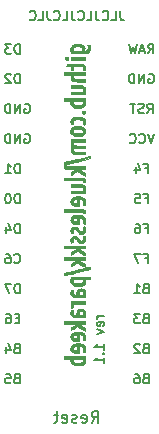
<source format=gbr>
G04 #@! TF.GenerationSoftware,KiCad,Pcbnew,5.1.5+dfsg1-2build2*
G04 #@! TF.CreationDate,2021-03-02T19:33:04+00:00*
G04 #@! TF.ProjectId,rev1,72657631-2e6b-4696-9361-645f70636258,rev?*
G04 #@! TF.SameCoordinates,Original*
G04 #@! TF.FileFunction,Legend,Bot*
G04 #@! TF.FilePolarity,Positive*
%FSLAX46Y46*%
G04 Gerber Fmt 4.6, Leading zero omitted, Abs format (unit mm)*
G04 Created by KiCad (PCBNEW 5.1.5+dfsg1-2build2) date 2021-03-02 19:33:04*
%MOMM*%
%LPD*%
G04 APERTURE LIST*
%ADD10C,0.150000*%
%ADD11C,0.010000*%
G04 APERTURE END LIST*
D10*
X214511904Y-175238095D02*
X213978571Y-175238095D01*
X214130952Y-175238095D02*
X214054761Y-175276190D01*
X214016666Y-175314285D01*
X213978571Y-175390476D01*
X213978571Y-175466666D01*
X214473809Y-176038095D02*
X214511904Y-175961904D01*
X214511904Y-175809523D01*
X214473809Y-175733333D01*
X214397619Y-175695238D01*
X214092857Y-175695238D01*
X214016666Y-175733333D01*
X213978571Y-175809523D01*
X213978571Y-175961904D01*
X214016666Y-176038095D01*
X214092857Y-176076190D01*
X214169047Y-176076190D01*
X214245238Y-175695238D01*
X213978571Y-176342857D02*
X214511904Y-176533333D01*
X213978571Y-176723809D01*
X214511904Y-178057142D02*
X214511904Y-177600000D01*
X214511904Y-177828571D02*
X213711904Y-177828571D01*
X213826190Y-177752380D01*
X213902380Y-177676190D01*
X213940476Y-177600000D01*
X214435714Y-178400000D02*
X214473809Y-178438095D01*
X214511904Y-178400000D01*
X214473809Y-178361904D01*
X214435714Y-178400000D01*
X214511904Y-178400000D01*
X214511904Y-179200000D02*
X214511904Y-178742857D01*
X214511904Y-178971428D02*
X213711904Y-178971428D01*
X213826190Y-178895238D01*
X213902380Y-178819047D01*
X213940476Y-178742857D01*
X215895238Y-149361904D02*
X215895238Y-149933333D01*
X215933333Y-150047619D01*
X216009523Y-150123809D01*
X216123809Y-150161904D01*
X216200000Y-150161904D01*
X215133333Y-150161904D02*
X215514285Y-150161904D01*
X215514285Y-149361904D01*
X214409523Y-150085714D02*
X214447619Y-150123809D01*
X214561904Y-150161904D01*
X214638095Y-150161904D01*
X214752380Y-150123809D01*
X214828571Y-150047619D01*
X214866666Y-149971428D01*
X214904761Y-149819047D01*
X214904761Y-149704761D01*
X214866666Y-149552380D01*
X214828571Y-149476190D01*
X214752380Y-149400000D01*
X214638095Y-149361904D01*
X214561904Y-149361904D01*
X214447619Y-149400000D01*
X214409523Y-149438095D01*
X213838095Y-149361904D02*
X213838095Y-149933333D01*
X213876190Y-150047619D01*
X213952380Y-150123809D01*
X214066666Y-150161904D01*
X214142857Y-150161904D01*
X213076190Y-150161904D02*
X213457142Y-150161904D01*
X213457142Y-149361904D01*
X212352380Y-150085714D02*
X212390476Y-150123809D01*
X212504761Y-150161904D01*
X212580952Y-150161904D01*
X212695238Y-150123809D01*
X212771428Y-150047619D01*
X212809523Y-149971428D01*
X212847619Y-149819047D01*
X212847619Y-149704761D01*
X212809523Y-149552380D01*
X212771428Y-149476190D01*
X212695238Y-149400000D01*
X212580952Y-149361904D01*
X212504761Y-149361904D01*
X212390476Y-149400000D01*
X212352380Y-149438095D01*
X211780952Y-149361904D02*
X211780952Y-149933333D01*
X211819047Y-150047619D01*
X211895238Y-150123809D01*
X212009523Y-150161904D01*
X212085714Y-150161904D01*
X211019047Y-150161904D02*
X211400000Y-150161904D01*
X211400000Y-149361904D01*
X210295238Y-150085714D02*
X210333333Y-150123809D01*
X210447619Y-150161904D01*
X210523809Y-150161904D01*
X210638095Y-150123809D01*
X210714285Y-150047619D01*
X210752380Y-149971428D01*
X210790476Y-149819047D01*
X210790476Y-149704761D01*
X210752380Y-149552380D01*
X210714285Y-149476190D01*
X210638095Y-149400000D01*
X210523809Y-149361904D01*
X210447619Y-149361904D01*
X210333333Y-149400000D01*
X210295238Y-149438095D01*
X209723809Y-149361904D02*
X209723809Y-149933333D01*
X209761904Y-150047619D01*
X209838095Y-150123809D01*
X209952380Y-150161904D01*
X210028571Y-150161904D01*
X208961904Y-150161904D02*
X209342857Y-150161904D01*
X209342857Y-149361904D01*
X208238095Y-150085714D02*
X208276190Y-150123809D01*
X208390476Y-150161904D01*
X208466666Y-150161904D01*
X208580952Y-150123809D01*
X208657142Y-150047619D01*
X208695238Y-149971428D01*
X208733333Y-149819047D01*
X208733333Y-149704761D01*
X208695238Y-149552380D01*
X208657142Y-149476190D01*
X208580952Y-149400000D01*
X208466666Y-149361904D01*
X208390476Y-149361904D01*
X208276190Y-149400000D01*
X208238095Y-149438095D01*
D11*
G36*
X212478569Y-152168620D02*
G01*
X212601652Y-152190713D01*
X212698550Y-152230256D01*
X212776318Y-152289475D01*
X212797208Y-152311679D01*
X212845016Y-152374784D01*
X212872148Y-152438014D01*
X212882226Y-152515042D01*
X212878872Y-152619542D01*
X212878847Y-152619885D01*
X212869552Y-152748395D01*
X212953902Y-152737081D01*
X213056818Y-152706490D01*
X213128689Y-152648542D01*
X213167632Y-152566567D01*
X213171761Y-152463897D01*
X213153696Y-152383876D01*
X213120161Y-152279008D01*
X213197455Y-152257539D01*
X213250917Y-152243554D01*
X213284903Y-152236251D01*
X213288057Y-152235952D01*
X213309923Y-152255226D01*
X213330443Y-152306671D01*
X213347085Y-152380140D01*
X213357318Y-152465486D01*
X213359335Y-152521584D01*
X213345306Y-152660620D01*
X213302160Y-152770949D01*
X213228052Y-152856241D01*
X213171713Y-152894797D01*
X213146407Y-152908712D01*
X213121082Y-152919831D01*
X213090818Y-152928521D01*
X213050696Y-152935149D01*
X212995795Y-152940080D01*
X212921198Y-152943681D01*
X212821983Y-152946319D01*
X212693232Y-152948361D01*
X212530025Y-152950172D01*
X212413319Y-152951303D01*
X211742388Y-152957689D01*
X211721478Y-152877220D01*
X211688997Y-152703532D01*
X211689008Y-152637038D01*
X211888333Y-152637038D01*
X211888333Y-152743834D01*
X212277652Y-152743834D01*
X212417220Y-152743405D01*
X212520111Y-152741806D01*
X212591976Y-152738566D01*
X212638465Y-152733214D01*
X212665229Y-152725280D01*
X212677919Y-152714294D01*
X212679819Y-152710352D01*
X212692826Y-152630601D01*
X212680322Y-152545685D01*
X212649370Y-152482834D01*
X212591359Y-152433977D01*
X212505322Y-152402337D01*
X212386611Y-152386598D01*
X212301083Y-152384236D01*
X212150420Y-152392412D01*
X212036447Y-152417990D01*
X211956594Y-152462545D01*
X211908287Y-152527654D01*
X211888954Y-152614891D01*
X211888333Y-152637038D01*
X211689008Y-152637038D01*
X211689023Y-152555562D01*
X211721872Y-152431532D01*
X211787863Y-152329662D01*
X211825868Y-152292775D01*
X211908502Y-152235039D01*
X212004090Y-152195533D01*
X212121058Y-152172033D01*
X212267834Y-152162313D01*
X212322250Y-152161750D01*
X212478569Y-152168620D01*
G37*
X212478569Y-152168620D02*
X212601652Y-152190713D01*
X212698550Y-152230256D01*
X212776318Y-152289475D01*
X212797208Y-152311679D01*
X212845016Y-152374784D01*
X212872148Y-152438014D01*
X212882226Y-152515042D01*
X212878872Y-152619542D01*
X212878847Y-152619885D01*
X212869552Y-152748395D01*
X212953902Y-152737081D01*
X213056818Y-152706490D01*
X213128689Y-152648542D01*
X213167632Y-152566567D01*
X213171761Y-152463897D01*
X213153696Y-152383876D01*
X213120161Y-152279008D01*
X213197455Y-152257539D01*
X213250917Y-152243554D01*
X213284903Y-152236251D01*
X213288057Y-152235952D01*
X213309923Y-152255226D01*
X213330443Y-152306671D01*
X213347085Y-152380140D01*
X213357318Y-152465486D01*
X213359335Y-152521584D01*
X213345306Y-152660620D01*
X213302160Y-152770949D01*
X213228052Y-152856241D01*
X213171713Y-152894797D01*
X213146407Y-152908712D01*
X213121082Y-152919831D01*
X213090818Y-152928521D01*
X213050696Y-152935149D01*
X212995795Y-152940080D01*
X212921198Y-152943681D01*
X212821983Y-152946319D01*
X212693232Y-152948361D01*
X212530025Y-152950172D01*
X212413319Y-152951303D01*
X211742388Y-152957689D01*
X211721478Y-152877220D01*
X211688997Y-152703532D01*
X211689008Y-152637038D01*
X211888333Y-152637038D01*
X211888333Y-152743834D01*
X212277652Y-152743834D01*
X212417220Y-152743405D01*
X212520111Y-152741806D01*
X212591976Y-152738566D01*
X212638465Y-152733214D01*
X212665229Y-152725280D01*
X212677919Y-152714294D01*
X212679819Y-152710352D01*
X212692826Y-152630601D01*
X212680322Y-152545685D01*
X212649370Y-152482834D01*
X212591359Y-152433977D01*
X212505322Y-152402337D01*
X212386611Y-152386598D01*
X212301083Y-152384236D01*
X212150420Y-152392412D01*
X212036447Y-152417990D01*
X211956594Y-152462545D01*
X211908287Y-152527654D01*
X211888954Y-152614891D01*
X211888333Y-152637038D01*
X211689008Y-152637038D01*
X211689023Y-152555562D01*
X211721872Y-152431532D01*
X211787863Y-152329662D01*
X211825868Y-152292775D01*
X211908502Y-152235039D01*
X212004090Y-152195533D01*
X212121058Y-152172033D01*
X212267834Y-152162313D01*
X212322250Y-152161750D01*
X212478569Y-152168620D01*
G36*
X212946667Y-153505834D02*
G01*
X211719000Y-153505834D01*
X211719000Y-153294167D01*
X212946667Y-153294167D01*
X212946667Y-153505834D01*
G37*
X212946667Y-153505834D02*
X211719000Y-153505834D01*
X211719000Y-153294167D01*
X212946667Y-153294167D01*
X212946667Y-153505834D01*
G36*
X211439349Y-153278062D02*
G01*
X211486694Y-153305391D01*
X211487103Y-153305878D01*
X211512580Y-153366027D01*
X211509321Y-153435972D01*
X211479317Y-153496385D01*
X211466183Y-153509132D01*
X211401204Y-153543669D01*
X211339438Y-153536802D01*
X211284121Y-153496212D01*
X211240630Y-153434743D01*
X211237964Y-153373833D01*
X211265117Y-153320043D01*
X211310442Y-153286545D01*
X211374559Y-153272166D01*
X211439349Y-153278062D01*
G37*
X211439349Y-153278062D02*
X211486694Y-153305391D01*
X211487103Y-153305878D01*
X211512580Y-153366027D01*
X211509321Y-153435972D01*
X211479317Y-153496385D01*
X211466183Y-153509132D01*
X211401204Y-153543669D01*
X211339438Y-153536802D01*
X211284121Y-153496212D01*
X211240630Y-153434743D01*
X211237964Y-153373833D01*
X211265117Y-153320043D01*
X211310442Y-153286545D01*
X211374559Y-153272166D01*
X211439349Y-153278062D01*
G36*
X212223913Y-153843226D02*
G01*
X212367161Y-153845717D01*
X212498851Y-153849495D01*
X212612997Y-153854545D01*
X212703616Y-153860858D01*
X212764720Y-153868422D01*
X212785042Y-153873685D01*
X212868299Y-153929970D01*
X212927253Y-154014010D01*
X212958548Y-154116772D01*
X212958833Y-154229226D01*
X212942599Y-154297964D01*
X212918724Y-154357365D01*
X212890565Y-154382913D01*
X212844657Y-154381609D01*
X212802651Y-154370753D01*
X212756183Y-154352892D01*
X212742466Y-154329701D01*
X212747516Y-154304076D01*
X212761110Y-154216777D01*
X212746852Y-154140906D01*
X212712758Y-154093373D01*
X212691315Y-154079833D01*
X212661170Y-154069979D01*
X212615909Y-154063250D01*
X212549116Y-154059083D01*
X212454377Y-154056917D01*
X212325278Y-154056190D01*
X212288155Y-154056167D01*
X211909500Y-154056167D01*
X211909500Y-154352500D01*
X211719000Y-154352500D01*
X211719000Y-154056167D01*
X211353628Y-154056167D01*
X211366747Y-153976792D01*
X211375458Y-153917834D01*
X211379948Y-153875268D01*
X211380100Y-153870959D01*
X211400336Y-153862749D01*
X211456898Y-153855918D01*
X211543799Y-153850454D01*
X211655054Y-153846345D01*
X211784679Y-153843579D01*
X211926687Y-153842145D01*
X212075094Y-153842031D01*
X212223913Y-153843226D01*
G37*
X212223913Y-153843226D02*
X212367161Y-153845717D01*
X212498851Y-153849495D01*
X212612997Y-153854545D01*
X212703616Y-153860858D01*
X212764720Y-153868422D01*
X212785042Y-153873685D01*
X212868299Y-153929970D01*
X212927253Y-154014010D01*
X212958548Y-154116772D01*
X212958833Y-154229226D01*
X212942599Y-154297964D01*
X212918724Y-154357365D01*
X212890565Y-154382913D01*
X212844657Y-154381609D01*
X212802651Y-154370753D01*
X212756183Y-154352892D01*
X212742466Y-154329701D01*
X212747516Y-154304076D01*
X212761110Y-154216777D01*
X212746852Y-154140906D01*
X212712758Y-154093373D01*
X212691315Y-154079833D01*
X212661170Y-154069979D01*
X212615909Y-154063250D01*
X212549116Y-154059083D01*
X212454377Y-154056917D01*
X212325278Y-154056190D01*
X212288155Y-154056167D01*
X211909500Y-154056167D01*
X211909500Y-154352500D01*
X211719000Y-154352500D01*
X211719000Y-154056167D01*
X211353628Y-154056167D01*
X211366747Y-153976792D01*
X211375458Y-153917834D01*
X211379948Y-153875268D01*
X211380100Y-153870959D01*
X211400336Y-153862749D01*
X211456898Y-153855918D01*
X211543799Y-153850454D01*
X211655054Y-153846345D01*
X211784679Y-153843579D01*
X211926687Y-153842145D01*
X212075094Y-153842031D01*
X212223913Y-153843226D01*
G36*
X212946667Y-154796261D02*
G01*
X212422792Y-154801922D01*
X211898917Y-154807584D01*
X211892152Y-154890232D01*
X211888863Y-154962157D01*
X211894955Y-155019089D01*
X211914709Y-155062889D01*
X211952408Y-155095416D01*
X212012334Y-155118532D01*
X212098769Y-155134097D01*
X212215995Y-155143970D01*
X212368295Y-155150013D01*
X212496875Y-155152937D01*
X212946667Y-155161562D01*
X212946667Y-155368500D01*
X212507458Y-155366374D01*
X212369634Y-155364798D01*
X212241185Y-155361642D01*
X212129994Y-155357231D01*
X212043945Y-155351890D01*
X211990920Y-155345945D01*
X211985473Y-155344831D01*
X211864732Y-155302183D01*
X211778497Y-155237400D01*
X211724769Y-155147652D01*
X211701553Y-155030110D01*
X211701577Y-154942539D01*
X211709800Y-154797000D01*
X211428650Y-154797000D01*
X211311067Y-154796923D01*
X211229903Y-154794553D01*
X211179255Y-154786684D01*
X211153220Y-154770110D01*
X211145893Y-154741623D01*
X211151371Y-154698017D01*
X211160729Y-154651479D01*
X211173958Y-154585334D01*
X212946667Y-154585334D01*
X212946667Y-154796261D01*
G37*
X212946667Y-154796261D02*
X212422792Y-154801922D01*
X211898917Y-154807584D01*
X211892152Y-154890232D01*
X211888863Y-154962157D01*
X211894955Y-155019089D01*
X211914709Y-155062889D01*
X211952408Y-155095416D01*
X212012334Y-155118532D01*
X212098769Y-155134097D01*
X212215995Y-155143970D01*
X212368295Y-155150013D01*
X212496875Y-155152937D01*
X212946667Y-155161562D01*
X212946667Y-155368500D01*
X212507458Y-155366374D01*
X212369634Y-155364798D01*
X212241185Y-155361642D01*
X212129994Y-155357231D01*
X212043945Y-155351890D01*
X211990920Y-155345945D01*
X211985473Y-155344831D01*
X211864732Y-155302183D01*
X211778497Y-155237400D01*
X211724769Y-155147652D01*
X211701553Y-155030110D01*
X211701577Y-154942539D01*
X211709800Y-154797000D01*
X211428650Y-154797000D01*
X211311067Y-154796923D01*
X211229903Y-154794553D01*
X211179255Y-154786684D01*
X211153220Y-154770110D01*
X211145893Y-154741623D01*
X211151371Y-154698017D01*
X211160729Y-154651479D01*
X211173958Y-154585334D01*
X212946667Y-154585334D01*
X212946667Y-154796261D01*
G36*
X212190526Y-155667828D02*
G01*
X212344315Y-155670489D01*
X212462153Y-155673323D01*
X212550421Y-155677006D01*
X212615496Y-155682210D01*
X212663760Y-155689612D01*
X212701592Y-155699884D01*
X212735371Y-155713702D01*
X212765376Y-155728591D01*
X212852457Y-155786511D01*
X212910585Y-155859417D01*
X212943442Y-155954714D01*
X212954710Y-156079808D01*
X212954693Y-156109334D01*
X212950224Y-156202402D01*
X212940404Y-156292318D01*
X212927726Y-156358042D01*
X212902701Y-156448000D01*
X211719000Y-156448000D01*
X211719000Y-156236334D01*
X212751362Y-156236334D01*
X212761362Y-156168199D01*
X212762539Y-156097562D01*
X212751719Y-156028925D01*
X212737006Y-155989091D01*
X212714199Y-155958137D01*
X212678317Y-155934969D01*
X212624379Y-155918495D01*
X212547406Y-155907622D01*
X212442417Y-155901256D01*
X212304432Y-155898306D01*
X212153596Y-155897667D01*
X211719000Y-155897667D01*
X211719000Y-155660240D01*
X212190526Y-155667828D01*
G37*
X212190526Y-155667828D02*
X212344315Y-155670489D01*
X212462153Y-155673323D01*
X212550421Y-155677006D01*
X212615496Y-155682210D01*
X212663760Y-155689612D01*
X212701592Y-155699884D01*
X212735371Y-155713702D01*
X212765376Y-155728591D01*
X212852457Y-155786511D01*
X212910585Y-155859417D01*
X212943442Y-155954714D01*
X212954710Y-156079808D01*
X212954693Y-156109334D01*
X212950224Y-156202402D01*
X212940404Y-156292318D01*
X212927726Y-156358042D01*
X212902701Y-156448000D01*
X211719000Y-156448000D01*
X211719000Y-156236334D01*
X212751362Y-156236334D01*
X212761362Y-156168199D01*
X212762539Y-156097562D01*
X212751719Y-156028925D01*
X212737006Y-155989091D01*
X212714199Y-155958137D01*
X212678317Y-155934969D01*
X212624379Y-155918495D01*
X212547406Y-155907622D01*
X212442417Y-155901256D01*
X212304432Y-155898306D01*
X212153596Y-155897667D01*
X211719000Y-155897667D01*
X211719000Y-155660240D01*
X212190526Y-155667828D01*
G36*
X212924461Y-156855459D02*
G01*
X212948510Y-156951598D01*
X212961260Y-157061896D01*
X212961781Y-157169092D01*
X212949147Y-157255924D01*
X212946476Y-157264856D01*
X212900869Y-157369569D01*
X212836377Y-157446798D01*
X212742140Y-157508898D01*
X212723768Y-157518161D01*
X212663428Y-157544906D01*
X212605245Y-157562512D01*
X212536697Y-157573307D01*
X212445267Y-157579621D01*
X212380320Y-157582038D01*
X212275817Y-157583267D01*
X212177391Y-157580861D01*
X212098733Y-157575326D01*
X212064942Y-157570346D01*
X211925363Y-157524364D01*
X211814578Y-157454323D01*
X211735523Y-157364022D01*
X211691132Y-157257260D01*
X211684340Y-157137838D01*
X211685868Y-157128665D01*
X211888278Y-157128665D01*
X211888333Y-157144542D01*
X211907876Y-157227727D01*
X211963530Y-157293526D01*
X212049608Y-157336272D01*
X212118475Y-157348764D01*
X212213175Y-157355488D01*
X212320756Y-157356694D01*
X212428266Y-157352632D01*
X212522755Y-157343551D01*
X212591269Y-157329701D01*
X212602613Y-157325610D01*
X212663613Y-157295531D01*
X212712477Y-157263829D01*
X212717936Y-157259204D01*
X212752011Y-157206115D01*
X212771495Y-157132835D01*
X212771603Y-157060356D01*
X212767334Y-157042507D01*
X212760951Y-157027440D01*
X212748938Y-157016256D01*
X212725623Y-157008378D01*
X212685332Y-157003227D01*
X212622393Y-157000225D01*
X212531133Y-156998795D01*
X212405878Y-156998359D01*
X212333671Y-156998334D01*
X212185636Y-156998335D01*
X212074616Y-156999501D01*
X211995299Y-157003578D01*
X211942370Y-157012309D01*
X211910518Y-157027438D01*
X211894427Y-157050711D01*
X211888785Y-157083872D01*
X211888278Y-157128665D01*
X211685868Y-157128665D01*
X211692598Y-157088292D01*
X211713127Y-156998334D01*
X211430313Y-156998334D01*
X211312344Y-156998262D01*
X211230807Y-156995926D01*
X211179813Y-156988146D01*
X211153470Y-156971744D01*
X211145889Y-156943538D01*
X211151177Y-156900350D01*
X211160729Y-156852813D01*
X211173958Y-156786667D01*
X212900192Y-156786667D01*
X212924461Y-156855459D01*
G37*
X212924461Y-156855459D02*
X212948510Y-156951598D01*
X212961260Y-157061896D01*
X212961781Y-157169092D01*
X212949147Y-157255924D01*
X212946476Y-157264856D01*
X212900869Y-157369569D01*
X212836377Y-157446798D01*
X212742140Y-157508898D01*
X212723768Y-157518161D01*
X212663428Y-157544906D01*
X212605245Y-157562512D01*
X212536697Y-157573307D01*
X212445267Y-157579621D01*
X212380320Y-157582038D01*
X212275817Y-157583267D01*
X212177391Y-157580861D01*
X212098733Y-157575326D01*
X212064942Y-157570346D01*
X211925363Y-157524364D01*
X211814578Y-157454323D01*
X211735523Y-157364022D01*
X211691132Y-157257260D01*
X211684340Y-157137838D01*
X211685868Y-157128665D01*
X211888278Y-157128665D01*
X211888333Y-157144542D01*
X211907876Y-157227727D01*
X211963530Y-157293526D01*
X212049608Y-157336272D01*
X212118475Y-157348764D01*
X212213175Y-157355488D01*
X212320756Y-157356694D01*
X212428266Y-157352632D01*
X212522755Y-157343551D01*
X212591269Y-157329701D01*
X212602613Y-157325610D01*
X212663613Y-157295531D01*
X212712477Y-157263829D01*
X212717936Y-157259204D01*
X212752011Y-157206115D01*
X212771495Y-157132835D01*
X212771603Y-157060356D01*
X212767334Y-157042507D01*
X212760951Y-157027440D01*
X212748938Y-157016256D01*
X212725623Y-157008378D01*
X212685332Y-157003227D01*
X212622393Y-157000225D01*
X212531133Y-156998795D01*
X212405878Y-156998359D01*
X212333671Y-156998334D01*
X212185636Y-156998335D01*
X212074616Y-156999501D01*
X211995299Y-157003578D01*
X211942370Y-157012309D01*
X211910518Y-157027438D01*
X211894427Y-157050711D01*
X211888785Y-157083872D01*
X211888278Y-157128665D01*
X211685868Y-157128665D01*
X211692598Y-157088292D01*
X211713127Y-156998334D01*
X211430313Y-156998334D01*
X211312344Y-156998262D01*
X211230807Y-156995926D01*
X211179813Y-156988146D01*
X211153470Y-156971744D01*
X211145889Y-156943538D01*
X211151177Y-156900350D01*
X211160729Y-156852813D01*
X211173958Y-156786667D01*
X212900192Y-156786667D01*
X212924461Y-156855459D01*
G36*
X212886404Y-157832525D02*
G01*
X212928701Y-157862688D01*
X212934883Y-157870877D01*
X212963435Y-157941671D01*
X212956125Y-158009534D01*
X212918143Y-158064192D01*
X212854679Y-158095369D01*
X212819667Y-158099000D01*
X212757516Y-158084647D01*
X212713833Y-158056667D01*
X212676901Y-157993259D01*
X212679320Y-157921453D01*
X212704450Y-157870877D01*
X212743942Y-157836195D01*
X212805168Y-157824088D01*
X212819667Y-157823834D01*
X212886404Y-157832525D01*
G37*
X212886404Y-157832525D02*
X212928701Y-157862688D01*
X212934883Y-157870877D01*
X212963435Y-157941671D01*
X212956125Y-158009534D01*
X212918143Y-158064192D01*
X212854679Y-158095369D01*
X212819667Y-158099000D01*
X212757516Y-158084647D01*
X212713833Y-158056667D01*
X212676901Y-157993259D01*
X212679320Y-157921453D01*
X212704450Y-157870877D01*
X212743942Y-157836195D01*
X212805168Y-157824088D01*
X212819667Y-157823834D01*
X212886404Y-157832525D01*
G36*
X212452227Y-158335623D02*
G01*
X212588591Y-158350882D01*
X212699145Y-158382512D01*
X212791163Y-158432302D01*
X212841289Y-158472347D01*
X212918096Y-158568826D01*
X212959642Y-158683919D01*
X212964455Y-158810741D01*
X212937891Y-158924500D01*
X212907940Y-158982183D01*
X212867660Y-159002183D01*
X212806991Y-158988957D01*
X212799275Y-158985923D01*
X212757300Y-158967493D01*
X212740298Y-158948102D01*
X212743452Y-158913636D01*
X212757721Y-158864157D01*
X212770441Y-158766633D01*
X212745197Y-158687131D01*
X212682521Y-158626055D01*
X212582945Y-158583811D01*
X212447000Y-158560805D01*
X212354780Y-158556471D01*
X212218596Y-158558370D01*
X212115559Y-158569109D01*
X212037068Y-158590504D01*
X211974524Y-158624373D01*
X211952456Y-158641474D01*
X211907093Y-158690161D01*
X211889808Y-158745639D01*
X211888333Y-158779607D01*
X211893533Y-158844560D01*
X211906347Y-158896563D01*
X211909386Y-158903121D01*
X211917443Y-158931100D01*
X211898529Y-158950505D01*
X211855597Y-158967159D01*
X211798372Y-158980656D01*
X211755238Y-158981659D01*
X211750986Y-158980436D01*
X211723012Y-158949964D01*
X211700844Y-158890024D01*
X211687327Y-158813379D01*
X211685305Y-158732792D01*
X211688612Y-158700542D01*
X211719554Y-158590978D01*
X211779188Y-158503649D01*
X211873085Y-158431465D01*
X211920083Y-158405944D01*
X211981671Y-158377178D01*
X212036954Y-158358083D01*
X212098210Y-158346255D01*
X212177717Y-158339291D01*
X212282782Y-158334945D01*
X212452227Y-158335623D01*
G37*
X212452227Y-158335623D02*
X212588591Y-158350882D01*
X212699145Y-158382512D01*
X212791163Y-158432302D01*
X212841289Y-158472347D01*
X212918096Y-158568826D01*
X212959642Y-158683919D01*
X212964455Y-158810741D01*
X212937891Y-158924500D01*
X212907940Y-158982183D01*
X212867660Y-159002183D01*
X212806991Y-158988957D01*
X212799275Y-158985923D01*
X212757300Y-158967493D01*
X212740298Y-158948102D01*
X212743452Y-158913636D01*
X212757721Y-158864157D01*
X212770441Y-158766633D01*
X212745197Y-158687131D01*
X212682521Y-158626055D01*
X212582945Y-158583811D01*
X212447000Y-158560805D01*
X212354780Y-158556471D01*
X212218596Y-158558370D01*
X212115559Y-158569109D01*
X212037068Y-158590504D01*
X211974524Y-158624373D01*
X211952456Y-158641474D01*
X211907093Y-158690161D01*
X211889808Y-158745639D01*
X211888333Y-158779607D01*
X211893533Y-158844560D01*
X211906347Y-158896563D01*
X211909386Y-158903121D01*
X211917443Y-158931100D01*
X211898529Y-158950505D01*
X211855597Y-158967159D01*
X211798372Y-158980656D01*
X211755238Y-158981659D01*
X211750986Y-158980436D01*
X211723012Y-158949964D01*
X211700844Y-158890024D01*
X211687327Y-158813379D01*
X211685305Y-158732792D01*
X211688612Y-158700542D01*
X211719554Y-158590978D01*
X211779188Y-158503649D01*
X211873085Y-158431465D01*
X211920083Y-158405944D01*
X211981671Y-158377178D01*
X212036954Y-158358083D01*
X212098210Y-158346255D01*
X212177717Y-158339291D01*
X212282782Y-158334945D01*
X212452227Y-158335623D01*
G36*
X212548355Y-159144374D02*
G01*
X212691552Y-159183878D01*
X212764627Y-159217819D01*
X212864296Y-159294675D01*
X212929888Y-159388564D01*
X212962429Y-159492855D01*
X212962942Y-159600913D01*
X212932451Y-159706107D01*
X212871979Y-159801803D01*
X212782552Y-159881368D01*
X212665192Y-159938169D01*
X212652823Y-159942081D01*
X212565682Y-159959714D01*
X212451825Y-159970724D01*
X212325789Y-159974911D01*
X212202113Y-159972075D01*
X212095332Y-159962018D01*
X212038222Y-159950518D01*
X211900434Y-159899331D01*
X211799977Y-159832822D01*
X211743011Y-159764808D01*
X211695090Y-159649835D01*
X211686550Y-159546763D01*
X211888333Y-159546763D01*
X211902161Y-159618245D01*
X211945295Y-159672687D01*
X212020210Y-159711112D01*
X212129383Y-159734546D01*
X212275288Y-159744012D01*
X212364583Y-159743792D01*
X212476239Y-159740149D01*
X212555491Y-159733353D01*
X212612236Y-159721882D01*
X212656373Y-159704210D01*
X212669801Y-159696791D01*
X212737608Y-159638980D01*
X212766414Y-159572531D01*
X212756685Y-159504116D01*
X212708888Y-159440404D01*
X212649044Y-159400083D01*
X212581597Y-159377854D01*
X212485353Y-159362029D01*
X212373476Y-159353414D01*
X212259130Y-159352814D01*
X212155479Y-159361035D01*
X212117161Y-159367547D01*
X212004264Y-159401070D01*
X211930330Y-159447203D01*
X211893477Y-159507420D01*
X211888333Y-159546763D01*
X211686550Y-159546763D01*
X211685237Y-159530921D01*
X211710929Y-159416136D01*
X211769639Y-159313551D01*
X211858844Y-159231237D01*
X211920558Y-159197276D01*
X212061481Y-159151822D01*
X212221180Y-159128051D01*
X212387518Y-159125667D01*
X212548355Y-159144374D01*
G37*
X212548355Y-159144374D02*
X212691552Y-159183878D01*
X212764627Y-159217819D01*
X212864296Y-159294675D01*
X212929888Y-159388564D01*
X212962429Y-159492855D01*
X212962942Y-159600913D01*
X212932451Y-159706107D01*
X212871979Y-159801803D01*
X212782552Y-159881368D01*
X212665192Y-159938169D01*
X212652823Y-159942081D01*
X212565682Y-159959714D01*
X212451825Y-159970724D01*
X212325789Y-159974911D01*
X212202113Y-159972075D01*
X212095332Y-159962018D01*
X212038222Y-159950518D01*
X211900434Y-159899331D01*
X211799977Y-159832822D01*
X211743011Y-159764808D01*
X211695090Y-159649835D01*
X211686550Y-159546763D01*
X211888333Y-159546763D01*
X211902161Y-159618245D01*
X211945295Y-159672687D01*
X212020210Y-159711112D01*
X212129383Y-159734546D01*
X212275288Y-159744012D01*
X212364583Y-159743792D01*
X212476239Y-159740149D01*
X212555491Y-159733353D01*
X212612236Y-159721882D01*
X212656373Y-159704210D01*
X212669801Y-159696791D01*
X212737608Y-159638980D01*
X212766414Y-159572531D01*
X212756685Y-159504116D01*
X212708888Y-159440404D01*
X212649044Y-159400083D01*
X212581597Y-159377854D01*
X212485353Y-159362029D01*
X212373476Y-159353414D01*
X212259130Y-159352814D01*
X212155479Y-159361035D01*
X212117161Y-159367547D01*
X212004264Y-159401070D01*
X211930330Y-159447203D01*
X211893477Y-159507420D01*
X211888333Y-159546763D01*
X211686550Y-159546763D01*
X211685237Y-159530921D01*
X211710929Y-159416136D01*
X211769639Y-159313551D01*
X211858844Y-159231237D01*
X211920558Y-159197276D01*
X212061481Y-159151822D01*
X212221180Y-159128051D01*
X212387518Y-159125667D01*
X212548355Y-159144374D01*
G36*
X212946667Y-160468927D02*
G01*
X212422792Y-160474589D01*
X211898917Y-160480250D01*
X211898917Y-160583799D01*
X211902654Y-160651211D01*
X211918417Y-160693540D01*
X211953026Y-160727713D01*
X211958631Y-160731966D01*
X211980778Y-160746662D01*
X212006662Y-160757883D01*
X212042212Y-160766215D01*
X212093355Y-160772243D01*
X212166020Y-160776551D01*
X212266136Y-160779724D01*
X212399632Y-160782349D01*
X212482506Y-160783664D01*
X212946667Y-160790745D01*
X212946667Y-160998834D01*
X212507318Y-160998834D01*
X212370789Y-160997924D01*
X212244870Y-160995388D01*
X212137109Y-160991510D01*
X212055052Y-160986576D01*
X212006245Y-160980874D01*
X212001067Y-160979646D01*
X211953447Y-160970197D01*
X211927641Y-160983897D01*
X211909720Y-161019469D01*
X211890017Y-161110091D01*
X211905134Y-161192649D01*
X211953008Y-161256946D01*
X211958631Y-161261324D01*
X211980831Y-161275962D01*
X212006860Y-161287141D01*
X212042646Y-161295444D01*
X212094117Y-161301454D01*
X212167202Y-161305753D01*
X212267829Y-161308925D01*
X212401925Y-161311553D01*
X212482506Y-161312831D01*
X212946667Y-161319912D01*
X212946667Y-161528000D01*
X212496875Y-161525834D01*
X212359083Y-161524470D01*
X212232192Y-161521903D01*
X212123561Y-161518387D01*
X212040548Y-161514174D01*
X211990512Y-161509516D01*
X211983583Y-161508208D01*
X211870199Y-161466060D01*
X211780982Y-161403377D01*
X211739310Y-161352348D01*
X211711121Y-161276720D01*
X211698275Y-161178335D01*
X211701083Y-161074009D01*
X211719855Y-160980559D01*
X211731883Y-160950032D01*
X211752798Y-160898516D01*
X211752631Y-160860260D01*
X211731883Y-160812782D01*
X211710275Y-160742373D01*
X211699497Y-160643837D01*
X211699871Y-160530059D01*
X211711716Y-160413918D01*
X211720754Y-160364875D01*
X211743674Y-160258000D01*
X212946667Y-160258000D01*
X212946667Y-160468927D01*
G37*
X212946667Y-160468927D02*
X212422792Y-160474589D01*
X211898917Y-160480250D01*
X211898917Y-160583799D01*
X211902654Y-160651211D01*
X211918417Y-160693540D01*
X211953026Y-160727713D01*
X211958631Y-160731966D01*
X211980778Y-160746662D01*
X212006662Y-160757883D01*
X212042212Y-160766215D01*
X212093355Y-160772243D01*
X212166020Y-160776551D01*
X212266136Y-160779724D01*
X212399632Y-160782349D01*
X212482506Y-160783664D01*
X212946667Y-160790745D01*
X212946667Y-160998834D01*
X212507318Y-160998834D01*
X212370789Y-160997924D01*
X212244870Y-160995388D01*
X212137109Y-160991510D01*
X212055052Y-160986576D01*
X212006245Y-160980874D01*
X212001067Y-160979646D01*
X211953447Y-160970197D01*
X211927641Y-160983897D01*
X211909720Y-161019469D01*
X211890017Y-161110091D01*
X211905134Y-161192649D01*
X211953008Y-161256946D01*
X211958631Y-161261324D01*
X211980831Y-161275962D01*
X212006860Y-161287141D01*
X212042646Y-161295444D01*
X212094117Y-161301454D01*
X212167202Y-161305753D01*
X212267829Y-161308925D01*
X212401925Y-161311553D01*
X212482506Y-161312831D01*
X212946667Y-161319912D01*
X212946667Y-161528000D01*
X212496875Y-161525834D01*
X212359083Y-161524470D01*
X212232192Y-161521903D01*
X212123561Y-161518387D01*
X212040548Y-161514174D01*
X211990512Y-161509516D01*
X211983583Y-161508208D01*
X211870199Y-161466060D01*
X211780982Y-161403377D01*
X211739310Y-161352348D01*
X211711121Y-161276720D01*
X211698275Y-161178335D01*
X211701083Y-161074009D01*
X211719855Y-160980559D01*
X211731883Y-160950032D01*
X211752798Y-160898516D01*
X211752631Y-160860260D01*
X211731883Y-160812782D01*
X211710275Y-160742373D01*
X211699497Y-160643837D01*
X211699871Y-160530059D01*
X211711716Y-160413918D01*
X211720754Y-160364875D01*
X211743674Y-160258000D01*
X212946667Y-160258000D01*
X212946667Y-160468927D01*
G36*
X213360422Y-161667890D02*
G01*
X213368669Y-161710143D01*
X213370000Y-161755926D01*
X213370000Y-161861382D01*
X212258897Y-162139191D01*
X212049180Y-162191578D01*
X211851995Y-162240742D01*
X211671128Y-162285744D01*
X211510363Y-162325648D01*
X211373486Y-162359517D01*
X211264281Y-162386412D01*
X211186532Y-162405397D01*
X211144027Y-162415535D01*
X211137063Y-162417000D01*
X211130811Y-162398003D01*
X211126944Y-162349669D01*
X211126333Y-162316250D01*
X211126333Y-162215501D01*
X212221708Y-161942543D01*
X212430561Y-161890445D01*
X212627344Y-161841253D01*
X212808169Y-161795946D01*
X212969149Y-161755503D01*
X213106394Y-161720905D01*
X213216017Y-161693129D01*
X213294129Y-161673155D01*
X213336842Y-161661962D01*
X213343542Y-161660029D01*
X213360422Y-161667890D01*
G37*
X213360422Y-161667890D02*
X213368669Y-161710143D01*
X213370000Y-161755926D01*
X213370000Y-161861382D01*
X212258897Y-162139191D01*
X212049180Y-162191578D01*
X211851995Y-162240742D01*
X211671128Y-162285744D01*
X211510363Y-162325648D01*
X211373486Y-162359517D01*
X211264281Y-162386412D01*
X211186532Y-162405397D01*
X211144027Y-162415535D01*
X211137063Y-162417000D01*
X211130811Y-162398003D01*
X211126944Y-162349669D01*
X211126333Y-162316250D01*
X211126333Y-162215501D01*
X212221708Y-161942543D01*
X212430561Y-161890445D01*
X212627344Y-161841253D01*
X212808169Y-161795946D01*
X212969149Y-161755503D01*
X213106394Y-161720905D01*
X213216017Y-161693129D01*
X213294129Y-161673155D01*
X213336842Y-161661962D01*
X213343542Y-161660029D01*
X213360422Y-161667890D01*
G36*
X212946667Y-162733306D02*
G01*
X212656019Y-162739195D01*
X212365372Y-162745084D01*
X212566061Y-162874616D01*
X212657606Y-162932563D01*
X212746129Y-162986621D01*
X212819743Y-163029631D01*
X212856708Y-163049671D01*
X212908255Y-163077648D01*
X212935010Y-163103853D01*
X212945104Y-163142882D01*
X212946666Y-163209331D01*
X212946667Y-163211180D01*
X212944048Y-163274733D01*
X212937297Y-163316711D01*
X212930792Y-163326813D01*
X212906391Y-163317244D01*
X212853794Y-163291815D01*
X212781962Y-163254952D01*
X212735000Y-163230069D01*
X212634633Y-163173188D01*
X212528577Y-163108115D01*
X212436138Y-163046806D01*
X212416781Y-163033004D01*
X212278478Y-162932329D01*
X212086072Y-163060956D01*
X211996672Y-163119838D01*
X211910303Y-163175196D01*
X211839012Y-163219382D01*
X211806333Y-163238563D01*
X211719000Y-163287542D01*
X211719000Y-163059458D01*
X212195250Y-162745084D01*
X211671375Y-162739422D01*
X211505862Y-162737809D01*
X211378094Y-162736090D01*
X211283502Y-162732919D01*
X211217516Y-162726949D01*
X211175567Y-162716835D01*
X211153085Y-162701230D01*
X211145499Y-162678788D01*
X211148242Y-162648162D01*
X211156741Y-162608007D01*
X211160729Y-162588979D01*
X211173958Y-162522834D01*
X212946667Y-162522834D01*
X212946667Y-162733306D01*
G37*
X212946667Y-162733306D02*
X212656019Y-162739195D01*
X212365372Y-162745084D01*
X212566061Y-162874616D01*
X212657606Y-162932563D01*
X212746129Y-162986621D01*
X212819743Y-163029631D01*
X212856708Y-163049671D01*
X212908255Y-163077648D01*
X212935010Y-163103853D01*
X212945104Y-163142882D01*
X212946666Y-163209331D01*
X212946667Y-163211180D01*
X212944048Y-163274733D01*
X212937297Y-163316711D01*
X212930792Y-163326813D01*
X212906391Y-163317244D01*
X212853794Y-163291815D01*
X212781962Y-163254952D01*
X212735000Y-163230069D01*
X212634633Y-163173188D01*
X212528577Y-163108115D01*
X212436138Y-163046806D01*
X212416781Y-163033004D01*
X212278478Y-162932329D01*
X212086072Y-163060956D01*
X211996672Y-163119838D01*
X211910303Y-163175196D01*
X211839012Y-163219382D01*
X211806333Y-163238563D01*
X211719000Y-163287542D01*
X211719000Y-163059458D01*
X212195250Y-162745084D01*
X211671375Y-162739422D01*
X211505862Y-162737809D01*
X211378094Y-162736090D01*
X211283502Y-162732919D01*
X211217516Y-162726949D01*
X211175567Y-162716835D01*
X211153085Y-162701230D01*
X211145499Y-162678788D01*
X211148242Y-162648162D01*
X211156741Y-162608007D01*
X211160729Y-162588979D01*
X211173958Y-162522834D01*
X212946667Y-162522834D01*
X212946667Y-162733306D01*
G36*
X212173704Y-163496725D02*
G01*
X212353936Y-163497737D01*
X212499873Y-163500040D01*
X212615534Y-163504140D01*
X212704937Y-163510542D01*
X212772102Y-163519750D01*
X212821047Y-163532269D01*
X212855791Y-163548605D01*
X212880352Y-163569262D01*
X212898750Y-163594745D01*
X212910525Y-163616541D01*
X212934792Y-163680073D01*
X212952352Y-163752160D01*
X212952933Y-163755792D01*
X212958223Y-163807718D01*
X212948935Y-163830299D01*
X212919977Y-163835447D01*
X212918877Y-163835456D01*
X212858117Y-163841469D01*
X212826999Y-163847974D01*
X212786861Y-163846805D01*
X212767404Y-163816061D01*
X212758377Y-163788657D01*
X212747682Y-163766337D01*
X212731219Y-163748577D01*
X212704888Y-163734858D01*
X212664588Y-163724657D01*
X212606221Y-163717454D01*
X212525685Y-163712728D01*
X212418881Y-163709957D01*
X212281709Y-163708621D01*
X212110068Y-163708198D01*
X211918571Y-163708167D01*
X211714410Y-163708354D01*
X211548739Y-163708425D01*
X211417721Y-163707642D01*
X211317517Y-163705268D01*
X211244289Y-163700567D01*
X211194200Y-163692801D01*
X211163410Y-163681233D01*
X211148082Y-163665127D01*
X211144378Y-163643745D01*
X211148460Y-163616351D01*
X211156488Y-163582207D01*
X211160729Y-163562646D01*
X211173958Y-163496500D01*
X211955159Y-163496500D01*
X212173704Y-163496725D01*
G37*
X212173704Y-163496725D02*
X212353936Y-163497737D01*
X212499873Y-163500040D01*
X212615534Y-163504140D01*
X212704937Y-163510542D01*
X212772102Y-163519750D01*
X212821047Y-163532269D01*
X212855791Y-163548605D01*
X212880352Y-163569262D01*
X212898750Y-163594745D01*
X212910525Y-163616541D01*
X212934792Y-163680073D01*
X212952352Y-163752160D01*
X212952933Y-163755792D01*
X212958223Y-163807718D01*
X212948935Y-163830299D01*
X212919977Y-163835447D01*
X212918877Y-163835456D01*
X212858117Y-163841469D01*
X212826999Y-163847974D01*
X212786861Y-163846805D01*
X212767404Y-163816061D01*
X212758377Y-163788657D01*
X212747682Y-163766337D01*
X212731219Y-163748577D01*
X212704888Y-163734858D01*
X212664588Y-163724657D01*
X212606221Y-163717454D01*
X212525685Y-163712728D01*
X212418881Y-163709957D01*
X212281709Y-163708621D01*
X212110068Y-163708198D01*
X211918571Y-163708167D01*
X211714410Y-163708354D01*
X211548739Y-163708425D01*
X211417721Y-163707642D01*
X211317517Y-163705268D01*
X211244289Y-163700567D01*
X211194200Y-163692801D01*
X211163410Y-163681233D01*
X211148082Y-163665127D01*
X211144378Y-163643745D01*
X211148460Y-163616351D01*
X211156488Y-163582207D01*
X211160729Y-163562646D01*
X211173958Y-163496500D01*
X211955159Y-163496500D01*
X212173704Y-163496725D01*
G36*
X212345004Y-164047047D02*
G01*
X212463201Y-164048042D01*
X212551647Y-164050346D01*
X212616631Y-164054490D01*
X212664444Y-164061002D01*
X212701376Y-164070412D01*
X212733719Y-164083248D01*
X212756802Y-164094459D01*
X212848025Y-164154710D01*
X212911502Y-164231618D01*
X212948286Y-164329221D01*
X212959427Y-164451557D01*
X212945977Y-164602663D01*
X212922113Y-164729459D01*
X212900111Y-164830000D01*
X211719000Y-164830000D01*
X211719000Y-164597167D01*
X212756167Y-164597167D01*
X212759458Y-164538959D01*
X212759069Y-164446131D01*
X212742962Y-164380385D01*
X212707542Y-164328240D01*
X212701571Y-164322000D01*
X212683684Y-164304746D01*
X212664665Y-164291640D01*
X212638716Y-164282019D01*
X212600039Y-164275217D01*
X212542835Y-164270569D01*
X212461306Y-164267409D01*
X212349655Y-164265072D01*
X212202082Y-164262893D01*
X212184229Y-164262646D01*
X211719000Y-164256209D01*
X211719000Y-164046834D01*
X212190765Y-164046834D01*
X212345004Y-164047047D01*
G37*
X212345004Y-164047047D02*
X212463201Y-164048042D01*
X212551647Y-164050346D01*
X212616631Y-164054490D01*
X212664444Y-164061002D01*
X212701376Y-164070412D01*
X212733719Y-164083248D01*
X212756802Y-164094459D01*
X212848025Y-164154710D01*
X212911502Y-164231618D01*
X212948286Y-164329221D01*
X212959427Y-164451557D01*
X212945977Y-164602663D01*
X212922113Y-164729459D01*
X212900111Y-164830000D01*
X211719000Y-164830000D01*
X211719000Y-164597167D01*
X212756167Y-164597167D01*
X212759458Y-164538959D01*
X212759069Y-164446131D01*
X212742962Y-164380385D01*
X212707542Y-164328240D01*
X212701571Y-164322000D01*
X212683684Y-164304746D01*
X212664665Y-164291640D01*
X212638716Y-164282019D01*
X212600039Y-164275217D01*
X212542835Y-164270569D01*
X212461306Y-164267409D01*
X212349655Y-164265072D01*
X212202082Y-164262893D01*
X212184229Y-164262646D01*
X211719000Y-164256209D01*
X211719000Y-164046834D01*
X212190765Y-164046834D01*
X212345004Y-164047047D01*
G36*
X212416911Y-165093120D02*
G01*
X212566266Y-165111562D01*
X212695882Y-165145978D01*
X212770021Y-165180048D01*
X212862622Y-165250791D01*
X212922059Y-165338262D01*
X212951950Y-165449398D01*
X212957250Y-165539084D01*
X212953013Y-165625741D01*
X212941959Y-165705470D01*
X212928040Y-165756485D01*
X212904958Y-165801754D01*
X212877268Y-165817480D01*
X212827436Y-165812845D01*
X212822207Y-165811913D01*
X212760054Y-165799086D01*
X212732135Y-165782892D01*
X212731002Y-165752571D01*
X212747065Y-165703366D01*
X212772495Y-165604993D01*
X212768419Y-165524804D01*
X212733971Y-165449810D01*
X212729708Y-165443396D01*
X212659348Y-165375504D01*
X212561658Y-165332266D01*
X212465125Y-165318444D01*
X212396333Y-165316834D01*
X212396333Y-165888334D01*
X212274625Y-165885162D01*
X212194403Y-165881869D01*
X212121473Y-165876887D01*
X212089417Y-165873548D01*
X212029988Y-165861717D01*
X211955287Y-165841898D01*
X211926362Y-165833013D01*
X211820895Y-165780584D01*
X211745556Y-165705637D01*
X211699952Y-165614989D01*
X211683691Y-165515460D01*
X211684759Y-165506907D01*
X211867167Y-165506907D01*
X211886892Y-165558307D01*
X211940434Y-165602789D01*
X212019338Y-165635755D01*
X212115150Y-165652608D01*
X212137042Y-165653681D01*
X212205833Y-165655500D01*
X212205833Y-165486167D01*
X212204983Y-165397357D01*
X212197661Y-165344385D01*
X212176711Y-165320765D01*
X212134974Y-165320005D01*
X212065293Y-165335619D01*
X212045324Y-165340651D01*
X211965227Y-165374035D01*
X211903614Y-165424718D01*
X211870337Y-165483509D01*
X211867167Y-165506907D01*
X211684759Y-165506907D01*
X211696382Y-165413869D01*
X211737633Y-165317033D01*
X211807052Y-165231772D01*
X211904247Y-165164905D01*
X211966218Y-165139475D01*
X212105306Y-165106492D01*
X212259397Y-165091235D01*
X212416911Y-165093120D01*
G37*
X212416911Y-165093120D02*
X212566266Y-165111562D01*
X212695882Y-165145978D01*
X212770021Y-165180048D01*
X212862622Y-165250791D01*
X212922059Y-165338262D01*
X212951950Y-165449398D01*
X212957250Y-165539084D01*
X212953013Y-165625741D01*
X212941959Y-165705470D01*
X212928040Y-165756485D01*
X212904958Y-165801754D01*
X212877268Y-165817480D01*
X212827436Y-165812845D01*
X212822207Y-165811913D01*
X212760054Y-165799086D01*
X212732135Y-165782892D01*
X212731002Y-165752571D01*
X212747065Y-165703366D01*
X212772495Y-165604993D01*
X212768419Y-165524804D01*
X212733971Y-165449810D01*
X212729708Y-165443396D01*
X212659348Y-165375504D01*
X212561658Y-165332266D01*
X212465125Y-165318444D01*
X212396333Y-165316834D01*
X212396333Y-165888334D01*
X212274625Y-165885162D01*
X212194403Y-165881869D01*
X212121473Y-165876887D01*
X212089417Y-165873548D01*
X212029988Y-165861717D01*
X211955287Y-165841898D01*
X211926362Y-165833013D01*
X211820895Y-165780584D01*
X211745556Y-165705637D01*
X211699952Y-165614989D01*
X211683691Y-165515460D01*
X211684759Y-165506907D01*
X211867167Y-165506907D01*
X211886892Y-165558307D01*
X211940434Y-165602789D01*
X212019338Y-165635755D01*
X212115150Y-165652608D01*
X212137042Y-165653681D01*
X212205833Y-165655500D01*
X212205833Y-165486167D01*
X212204983Y-165397357D01*
X212197661Y-165344385D01*
X212176711Y-165320765D01*
X212134974Y-165320005D01*
X212065293Y-165335619D01*
X212045324Y-165340651D01*
X211965227Y-165374035D01*
X211903614Y-165424718D01*
X211870337Y-165483509D01*
X211867167Y-165506907D01*
X211684759Y-165506907D01*
X211696382Y-165413869D01*
X211737633Y-165317033D01*
X211807052Y-165231772D01*
X211904247Y-165164905D01*
X211966218Y-165139475D01*
X212105306Y-165106492D01*
X212259397Y-165091235D01*
X212416911Y-165093120D01*
G36*
X212098988Y-166143010D02*
G01*
X212278859Y-166144960D01*
X212435624Y-166148062D01*
X212564773Y-166152193D01*
X212661797Y-166157234D01*
X212722185Y-166163061D01*
X212731401Y-166164706D01*
X212829748Y-166199374D01*
X212896062Y-166257762D01*
X212937024Y-166346463D01*
X212944198Y-166374646D01*
X212954460Y-166443861D01*
X212941762Y-166482511D01*
X212899710Y-166498991D01*
X212847280Y-166501843D01*
X212792334Y-166492613D01*
X212758368Y-166456788D01*
X212751750Y-166443959D01*
X212723858Y-166385750D01*
X211147500Y-166374652D01*
X211147500Y-166324638D01*
X211151772Y-166266552D01*
X211160729Y-166208479D01*
X211173958Y-166142334D01*
X211900520Y-166142334D01*
X212098988Y-166143010D01*
G37*
X212098988Y-166143010D02*
X212278859Y-166144960D01*
X212435624Y-166148062D01*
X212564773Y-166152193D01*
X212661797Y-166157234D01*
X212722185Y-166163061D01*
X212731401Y-166164706D01*
X212829748Y-166199374D01*
X212896062Y-166257762D01*
X212937024Y-166346463D01*
X212944198Y-166374646D01*
X212954460Y-166443861D01*
X212941762Y-166482511D01*
X212899710Y-166498991D01*
X212847280Y-166501843D01*
X212792334Y-166492613D01*
X212758368Y-166456788D01*
X212751750Y-166443959D01*
X212723858Y-166385750D01*
X211147500Y-166374652D01*
X211147500Y-166324638D01*
X211151772Y-166266552D01*
X211160729Y-166208479D01*
X211173958Y-166142334D01*
X211900520Y-166142334D01*
X212098988Y-166143010D01*
G36*
X212401166Y-166654972D02*
G01*
X212563428Y-166669692D01*
X212690707Y-166698662D01*
X212788790Y-166744740D01*
X212863467Y-166810781D01*
X212920523Y-166899643D01*
X212927827Y-166914917D01*
X212961394Y-167034689D01*
X212961869Y-167169157D01*
X212933849Y-167292864D01*
X212908409Y-167354880D01*
X212884557Y-167381534D01*
X212865057Y-167382306D01*
X212817836Y-167369518D01*
X212773945Y-167358605D01*
X212717641Y-167345200D01*
X212749713Y-167251074D01*
X212771253Y-167138308D01*
X212754550Y-167042495D01*
X212700916Y-166965510D01*
X212611666Y-166909226D01*
X212488111Y-166875516D01*
X212486292Y-166875235D01*
X212396333Y-166861500D01*
X212396333Y-167433500D01*
X212232292Y-167432072D01*
X212136561Y-167427748D01*
X212042552Y-167417773D01*
X211970441Y-167404297D01*
X211969796Y-167404124D01*
X211847677Y-167357153D01*
X211761972Y-167290333D01*
X211710303Y-167200768D01*
X211690293Y-167085560D01*
X211689869Y-167063084D01*
X211695979Y-167020131D01*
X211875608Y-167020131D01*
X211876044Y-167089111D01*
X211877757Y-167094856D01*
X211915805Y-167145396D01*
X211994186Y-167184078D01*
X212113043Y-167210961D01*
X212179375Y-167219184D01*
X212193341Y-167207322D01*
X212201807Y-167165075D01*
X212205516Y-167087549D01*
X212205833Y-167044650D01*
X212205833Y-166867466D01*
X212110873Y-166885206D01*
X211993915Y-166917376D01*
X211915196Y-166962618D01*
X211875608Y-167020131D01*
X211695979Y-167020131D01*
X211707759Y-166937329D01*
X211761163Y-166834219D01*
X211849686Y-166753980D01*
X211972932Y-166696840D01*
X212130504Y-166663025D01*
X212322007Y-166652764D01*
X212401166Y-166654972D01*
G37*
X212401166Y-166654972D02*
X212563428Y-166669692D01*
X212690707Y-166698662D01*
X212788790Y-166744740D01*
X212863467Y-166810781D01*
X212920523Y-166899643D01*
X212927827Y-166914917D01*
X212961394Y-167034689D01*
X212961869Y-167169157D01*
X212933849Y-167292864D01*
X212908409Y-167354880D01*
X212884557Y-167381534D01*
X212865057Y-167382306D01*
X212817836Y-167369518D01*
X212773945Y-167358605D01*
X212717641Y-167345200D01*
X212749713Y-167251074D01*
X212771253Y-167138308D01*
X212754550Y-167042495D01*
X212700916Y-166965510D01*
X212611666Y-166909226D01*
X212488111Y-166875516D01*
X212486292Y-166875235D01*
X212396333Y-166861500D01*
X212396333Y-167433500D01*
X212232292Y-167432072D01*
X212136561Y-167427748D01*
X212042552Y-167417773D01*
X211970441Y-167404297D01*
X211969796Y-167404124D01*
X211847677Y-167357153D01*
X211761972Y-167290333D01*
X211710303Y-167200768D01*
X211690293Y-167085560D01*
X211689869Y-167063084D01*
X211695979Y-167020131D01*
X211875608Y-167020131D01*
X211876044Y-167089111D01*
X211877757Y-167094856D01*
X211915805Y-167145396D01*
X211994186Y-167184078D01*
X212113043Y-167210961D01*
X212179375Y-167219184D01*
X212193341Y-167207322D01*
X212201807Y-167165075D01*
X212205516Y-167087549D01*
X212205833Y-167044650D01*
X212205833Y-166867466D01*
X212110873Y-166885206D01*
X211993915Y-166917376D01*
X211915196Y-166962618D01*
X211875608Y-167020131D01*
X211695979Y-167020131D01*
X211707759Y-166937329D01*
X211761163Y-166834219D01*
X211849686Y-166753980D01*
X211972932Y-166696840D01*
X212130504Y-166663025D01*
X212322007Y-166652764D01*
X212401166Y-166654972D01*
G36*
X212897802Y-167637286D02*
G01*
X212919219Y-167671887D01*
X212927332Y-167690640D01*
X212942633Y-167748439D01*
X212953419Y-167830263D01*
X212957250Y-167913496D01*
X212949816Y-168025825D01*
X212923591Y-168108251D01*
X212872684Y-168171193D01*
X212791208Y-168225066D01*
X212776901Y-168232542D01*
X212662291Y-168272944D01*
X212551227Y-168272607D01*
X212442686Y-168234975D01*
X212380408Y-168194794D01*
X212319852Y-168133718D01*
X212252321Y-168042882D01*
X212248086Y-168036631D01*
X212189912Y-167953798D01*
X212144705Y-167900942D01*
X212104002Y-167871533D01*
X212059340Y-167859039D01*
X212015114Y-167856834D01*
X211944194Y-167874537D01*
X211896067Y-167922865D01*
X211874462Y-167994645D01*
X211883107Y-168082706D01*
X211888430Y-168100544D01*
X211902933Y-168151471D01*
X211907242Y-168181843D01*
X211906318Y-168184447D01*
X211882670Y-168192704D01*
X211833681Y-168203835D01*
X211821364Y-168206210D01*
X211767213Y-168212166D01*
X211736569Y-168199547D01*
X211717025Y-168171056D01*
X211702396Y-168123062D01*
X211692595Y-168050973D01*
X211690067Y-167992753D01*
X211705465Y-167864265D01*
X211751661Y-167764771D01*
X211828086Y-167694837D01*
X211934175Y-167655027D01*
X212039699Y-167645246D01*
X212156221Y-167660469D01*
X212251642Y-167708704D01*
X212333431Y-167794073D01*
X212348672Y-167815760D01*
X212417239Y-167913918D01*
X212471409Y-167980628D01*
X212517404Y-168021416D01*
X212561445Y-168041809D01*
X212609368Y-168047334D01*
X212693090Y-168031658D01*
X212748138Y-167986891D01*
X212772984Y-167916423D01*
X212766105Y-167823642D01*
X212742934Y-167750550D01*
X212723868Y-167696593D01*
X212716197Y-167661525D01*
X212717270Y-167655841D01*
X212741799Y-167647318D01*
X212792422Y-167636669D01*
X212811710Y-167633401D01*
X212867381Y-167627138D01*
X212897802Y-167637286D01*
G37*
X212897802Y-167637286D02*
X212919219Y-167671887D01*
X212927332Y-167690640D01*
X212942633Y-167748439D01*
X212953419Y-167830263D01*
X212957250Y-167913496D01*
X212949816Y-168025825D01*
X212923591Y-168108251D01*
X212872684Y-168171193D01*
X212791208Y-168225066D01*
X212776901Y-168232542D01*
X212662291Y-168272944D01*
X212551227Y-168272607D01*
X212442686Y-168234975D01*
X212380408Y-168194794D01*
X212319852Y-168133718D01*
X212252321Y-168042882D01*
X212248086Y-168036631D01*
X212189912Y-167953798D01*
X212144705Y-167900942D01*
X212104002Y-167871533D01*
X212059340Y-167859039D01*
X212015114Y-167856834D01*
X211944194Y-167874537D01*
X211896067Y-167922865D01*
X211874462Y-167994645D01*
X211883107Y-168082706D01*
X211888430Y-168100544D01*
X211902933Y-168151471D01*
X211907242Y-168181843D01*
X211906318Y-168184447D01*
X211882670Y-168192704D01*
X211833681Y-168203835D01*
X211821364Y-168206210D01*
X211767213Y-168212166D01*
X211736569Y-168199547D01*
X211717025Y-168171056D01*
X211702396Y-168123062D01*
X211692595Y-168050973D01*
X211690067Y-167992753D01*
X211705465Y-167864265D01*
X211751661Y-167764771D01*
X211828086Y-167694837D01*
X211934175Y-167655027D01*
X212039699Y-167645246D01*
X212156221Y-167660469D01*
X212251642Y-167708704D01*
X212333431Y-167794073D01*
X212348672Y-167815760D01*
X212417239Y-167913918D01*
X212471409Y-167980628D01*
X212517404Y-168021416D01*
X212561445Y-168041809D01*
X212609368Y-168047334D01*
X212693090Y-168031658D01*
X212748138Y-167986891D01*
X212772984Y-167916423D01*
X212766105Y-167823642D01*
X212742934Y-167750550D01*
X212723868Y-167696593D01*
X212716197Y-167661525D01*
X212717270Y-167655841D01*
X212741799Y-167647318D01*
X212792422Y-167636669D01*
X212811710Y-167633401D01*
X212867381Y-167627138D01*
X212897802Y-167637286D01*
G36*
X212897502Y-168421053D02*
G01*
X212919307Y-168454209D01*
X212923635Y-168463360D01*
X212940724Y-168518065D01*
X212955060Y-168594942D01*
X212961245Y-168650584D01*
X212954450Y-168783033D01*
X212913966Y-168892812D01*
X212842267Y-168976745D01*
X212741829Y-169031655D01*
X212648495Y-169051948D01*
X212576843Y-169054205D01*
X212513550Y-169047603D01*
X212500337Y-169044190D01*
X212421476Y-169009072D01*
X212352251Y-168954262D01*
X212283469Y-168871549D01*
X212246665Y-168817612D01*
X212188227Y-168733202D01*
X212140497Y-168679977D01*
X212095084Y-168651341D01*
X212043599Y-168640699D01*
X212020770Y-168640000D01*
X211946232Y-168656667D01*
X211897796Y-168704266D01*
X211877078Y-168779196D01*
X211885695Y-168877855D01*
X211896082Y-168917798D01*
X211903249Y-168954549D01*
X211888999Y-168973834D01*
X211843832Y-168986235D01*
X211832757Y-168988353D01*
X211770733Y-168992014D01*
X211729946Y-168970918D01*
X211704298Y-168918970D01*
X211689766Y-168845421D01*
X211687179Y-168711153D01*
X211718903Y-168599812D01*
X211782705Y-168514061D01*
X211876352Y-168456558D01*
X211997611Y-168429965D01*
X212039699Y-168428413D01*
X212156221Y-168443635D01*
X212251642Y-168491870D01*
X212333431Y-168577240D01*
X212348672Y-168598927D01*
X212417598Y-168697481D01*
X212472153Y-168764443D01*
X212518427Y-168805282D01*
X212562510Y-168825469D01*
X212606503Y-168830500D01*
X212684303Y-168815940D01*
X212731310Y-168781511D01*
X212766964Y-168724776D01*
X212774746Y-168654750D01*
X212755144Y-168562827D01*
X212745357Y-168533526D01*
X212727534Y-168478198D01*
X212719272Y-168442607D01*
X212719693Y-168436584D01*
X212742572Y-168429598D01*
X212791993Y-168419851D01*
X212810854Y-168416704D01*
X212866732Y-168410777D01*
X212897502Y-168421053D01*
G37*
X212897502Y-168421053D02*
X212919307Y-168454209D01*
X212923635Y-168463360D01*
X212940724Y-168518065D01*
X212955060Y-168594942D01*
X212961245Y-168650584D01*
X212954450Y-168783033D01*
X212913966Y-168892812D01*
X212842267Y-168976745D01*
X212741829Y-169031655D01*
X212648495Y-169051948D01*
X212576843Y-169054205D01*
X212513550Y-169047603D01*
X212500337Y-169044190D01*
X212421476Y-169009072D01*
X212352251Y-168954262D01*
X212283469Y-168871549D01*
X212246665Y-168817612D01*
X212188227Y-168733202D01*
X212140497Y-168679977D01*
X212095084Y-168651341D01*
X212043599Y-168640699D01*
X212020770Y-168640000D01*
X211946232Y-168656667D01*
X211897796Y-168704266D01*
X211877078Y-168779196D01*
X211885695Y-168877855D01*
X211896082Y-168917798D01*
X211903249Y-168954549D01*
X211888999Y-168973834D01*
X211843832Y-168986235D01*
X211832757Y-168988353D01*
X211770733Y-168992014D01*
X211729946Y-168970918D01*
X211704298Y-168918970D01*
X211689766Y-168845421D01*
X211687179Y-168711153D01*
X211718903Y-168599812D01*
X211782705Y-168514061D01*
X211876352Y-168456558D01*
X211997611Y-168429965D01*
X212039699Y-168428413D01*
X212156221Y-168443635D01*
X212251642Y-168491870D01*
X212333431Y-168577240D01*
X212348672Y-168598927D01*
X212417598Y-168697481D01*
X212472153Y-168764443D01*
X212518427Y-168805282D01*
X212562510Y-168825469D01*
X212606503Y-168830500D01*
X212684303Y-168815940D01*
X212731310Y-168781511D01*
X212766964Y-168724776D01*
X212774746Y-168654750D01*
X212755144Y-168562827D01*
X212745357Y-168533526D01*
X212727534Y-168478198D01*
X212719272Y-168442607D01*
X212719693Y-168436584D01*
X212742572Y-168429598D01*
X212791993Y-168419851D01*
X212810854Y-168416704D01*
X212866732Y-168410777D01*
X212897502Y-168421053D01*
G36*
X212946667Y-169485472D02*
G01*
X212364583Y-169497250D01*
X212544500Y-169616391D01*
X212635751Y-169675165D01*
X212728307Y-169732030D01*
X212807463Y-169778054D01*
X212835542Y-169793235D01*
X212946667Y-169850937D01*
X212946667Y-169965135D01*
X212943417Y-170028198D01*
X212935049Y-170069672D01*
X212927258Y-170079334D01*
X212900409Y-170070022D01*
X212846978Y-170045380D01*
X212777550Y-170010344D01*
X212763216Y-170002810D01*
X212676209Y-169954328D01*
X212582065Y-169897898D01*
X212489615Y-169839275D01*
X212407690Y-169784213D01*
X212345120Y-169738468D01*
X212310973Y-169708081D01*
X212291851Y-169698284D01*
X212259618Y-169707145D01*
X212206882Y-169737705D01*
X212156940Y-169771457D01*
X212085110Y-169820099D01*
X212003304Y-169873479D01*
X211919655Y-169926550D01*
X211842297Y-169974260D01*
X211779364Y-170011560D01*
X211738988Y-170033403D01*
X211729210Y-170037000D01*
X211723585Y-170017865D01*
X211719876Y-169968565D01*
X211719000Y-169922137D01*
X211719000Y-169807274D01*
X211830125Y-169743385D01*
X211905524Y-169697531D01*
X211995266Y-169639379D01*
X212077675Y-169583081D01*
X212214100Y-169486667D01*
X211680800Y-169486667D01*
X211513598Y-169486851D01*
X211384189Y-169486556D01*
X211288040Y-169484515D01*
X211220619Y-169479460D01*
X211177392Y-169470121D01*
X211153827Y-169455230D01*
X211145391Y-169433520D01*
X211147550Y-169403722D01*
X211155773Y-169364567D01*
X211160729Y-169341146D01*
X211173958Y-169275000D01*
X212946667Y-169275000D01*
X212946667Y-169485472D01*
G37*
X212946667Y-169485472D02*
X212364583Y-169497250D01*
X212544500Y-169616391D01*
X212635751Y-169675165D01*
X212728307Y-169732030D01*
X212807463Y-169778054D01*
X212835542Y-169793235D01*
X212946667Y-169850937D01*
X212946667Y-169965135D01*
X212943417Y-170028198D01*
X212935049Y-170069672D01*
X212927258Y-170079334D01*
X212900409Y-170070022D01*
X212846978Y-170045380D01*
X212777550Y-170010344D01*
X212763216Y-170002810D01*
X212676209Y-169954328D01*
X212582065Y-169897898D01*
X212489615Y-169839275D01*
X212407690Y-169784213D01*
X212345120Y-169738468D01*
X212310973Y-169708081D01*
X212291851Y-169698284D01*
X212259618Y-169707145D01*
X212206882Y-169737705D01*
X212156940Y-169771457D01*
X212085110Y-169820099D01*
X212003304Y-169873479D01*
X211919655Y-169926550D01*
X211842297Y-169974260D01*
X211779364Y-170011560D01*
X211738988Y-170033403D01*
X211729210Y-170037000D01*
X211723585Y-170017865D01*
X211719876Y-169968565D01*
X211719000Y-169922137D01*
X211719000Y-169807274D01*
X211830125Y-169743385D01*
X211905524Y-169697531D01*
X211995266Y-169639379D01*
X212077675Y-169583081D01*
X212214100Y-169486667D01*
X211680800Y-169486667D01*
X211513598Y-169486851D01*
X211384189Y-169486556D01*
X211288040Y-169484515D01*
X211220619Y-169479460D01*
X211177392Y-169470121D01*
X211153827Y-169455230D01*
X211145391Y-169433520D01*
X211147550Y-169403722D01*
X211155773Y-169364567D01*
X211160729Y-169341146D01*
X211173958Y-169275000D01*
X212946667Y-169275000D01*
X212946667Y-169485472D01*
G36*
X212055067Y-170253728D02*
G01*
X212936083Y-170259250D01*
X212936083Y-170470917D01*
X212660917Y-170481500D01*
X212385750Y-170492084D01*
X212565667Y-170611580D01*
X212655026Y-170669086D01*
X212743972Y-170723220D01*
X212818697Y-170765698D01*
X212846125Y-170779839D01*
X212946667Y-170828602D01*
X212946667Y-170940801D01*
X212942122Y-171015338D01*
X212928280Y-171049824D01*
X212920208Y-171052702D01*
X212890306Y-171042947D01*
X212834161Y-171017277D01*
X212762367Y-170980637D01*
X212739752Y-170968458D01*
X212599792Y-170886507D01*
X212447221Y-170787626D01*
X212302803Y-170685487D01*
X212271350Y-170687310D01*
X212212228Y-170716067D01*
X212141472Y-170761401D01*
X212060395Y-170815817D01*
X211973777Y-170871615D01*
X211889666Y-170923894D01*
X211816111Y-170967753D01*
X211761159Y-170998293D01*
X211732858Y-171010613D01*
X211732106Y-171010667D01*
X211724792Y-170991564D01*
X211720034Y-170942485D01*
X211719000Y-170899195D01*
X211719000Y-170787724D01*
X211840708Y-170715744D01*
X211928770Y-170661349D01*
X212023833Y-170599186D01*
X212076987Y-170562632D01*
X212191558Y-170481500D01*
X211147500Y-170481500D01*
X211147500Y-170431229D01*
X211151775Y-170372986D01*
X211160775Y-170314583D01*
X211174050Y-170248207D01*
X212055067Y-170253728D01*
G37*
X212055067Y-170253728D02*
X212936083Y-170259250D01*
X212936083Y-170470917D01*
X212660917Y-170481500D01*
X212385750Y-170492084D01*
X212565667Y-170611580D01*
X212655026Y-170669086D01*
X212743972Y-170723220D01*
X212818697Y-170765698D01*
X212846125Y-170779839D01*
X212946667Y-170828602D01*
X212946667Y-170940801D01*
X212942122Y-171015338D01*
X212928280Y-171049824D01*
X212920208Y-171052702D01*
X212890306Y-171042947D01*
X212834161Y-171017277D01*
X212762367Y-170980637D01*
X212739752Y-170968458D01*
X212599792Y-170886507D01*
X212447221Y-170787626D01*
X212302803Y-170685487D01*
X212271350Y-170687310D01*
X212212228Y-170716067D01*
X212141472Y-170761401D01*
X212060395Y-170815817D01*
X211973777Y-170871615D01*
X211889666Y-170923894D01*
X211816111Y-170967753D01*
X211761159Y-170998293D01*
X211732858Y-171010613D01*
X211732106Y-171010667D01*
X211724792Y-170991564D01*
X211720034Y-170942485D01*
X211719000Y-170899195D01*
X211719000Y-170787724D01*
X211840708Y-170715744D01*
X211928770Y-170661349D01*
X212023833Y-170599186D01*
X212076987Y-170562632D01*
X212191558Y-170481500D01*
X211147500Y-170481500D01*
X211147500Y-170431229D01*
X211151775Y-170372986D01*
X211160775Y-170314583D01*
X211174050Y-170248207D01*
X212055067Y-170253728D01*
G36*
X213356535Y-171040391D02*
G01*
X213367569Y-171071829D01*
X213370000Y-171126268D01*
X213367723Y-171185265D01*
X213354347Y-171216223D01*
X213320054Y-171233416D01*
X213290625Y-171241674D01*
X213222983Y-171259216D01*
X213124738Y-171284235D01*
X213000559Y-171315574D01*
X212855115Y-171352077D01*
X212693073Y-171392588D01*
X212519102Y-171435950D01*
X212337870Y-171481008D01*
X212154047Y-171526605D01*
X211972301Y-171571585D01*
X211797300Y-171614791D01*
X211633712Y-171655068D01*
X211486207Y-171691259D01*
X211359452Y-171722208D01*
X211258117Y-171746758D01*
X211186869Y-171763754D01*
X211150378Y-171772039D01*
X211146674Y-171772667D01*
X211133393Y-171753176D01*
X211129367Y-171699882D01*
X211130465Y-171673343D01*
X211136917Y-171574019D01*
X212216417Y-171303548D01*
X212424054Y-171251685D01*
X212619956Y-171203063D01*
X212800158Y-171158645D01*
X212960696Y-171119394D01*
X213097607Y-171086271D01*
X213206925Y-171060240D01*
X213284689Y-171042262D01*
X213326933Y-171033300D01*
X213332958Y-171032456D01*
X213356535Y-171040391D01*
G37*
X213356535Y-171040391D02*
X213367569Y-171071829D01*
X213370000Y-171126268D01*
X213367723Y-171185265D01*
X213354347Y-171216223D01*
X213320054Y-171233416D01*
X213290625Y-171241674D01*
X213222983Y-171259216D01*
X213124738Y-171284235D01*
X213000559Y-171315574D01*
X212855115Y-171352077D01*
X212693073Y-171392588D01*
X212519102Y-171435950D01*
X212337870Y-171481008D01*
X212154047Y-171526605D01*
X211972301Y-171571585D01*
X211797300Y-171614791D01*
X211633712Y-171655068D01*
X211486207Y-171691259D01*
X211359452Y-171722208D01*
X211258117Y-171746758D01*
X211186869Y-171763754D01*
X211150378Y-171772039D01*
X211146674Y-171772667D01*
X211133393Y-171753176D01*
X211129367Y-171699882D01*
X211130465Y-171673343D01*
X211136917Y-171574019D01*
X212216417Y-171303548D01*
X212424054Y-171251685D01*
X212619956Y-171203063D01*
X212800158Y-171158645D01*
X212960696Y-171119394D01*
X213097607Y-171086271D01*
X213206925Y-171060240D01*
X213284689Y-171042262D01*
X213326933Y-171033300D01*
X213332958Y-171032456D01*
X213356535Y-171040391D01*
G36*
X213370000Y-172090167D02*
G01*
X212948259Y-172090167D01*
X212959939Y-172222459D01*
X212955113Y-172354360D01*
X212915060Y-172463560D01*
X212839400Y-172550486D01*
X212727749Y-172615566D01*
X212579728Y-172659226D01*
X212568069Y-172661478D01*
X212398640Y-172679280D01*
X212218906Y-172674577D01*
X212078833Y-172653610D01*
X211931108Y-172605875D01*
X211818239Y-172535142D01*
X211739898Y-172440777D01*
X211695761Y-172322144D01*
X211686055Y-172186370D01*
X211888333Y-172186370D01*
X211897748Y-172282377D01*
X211930211Y-172350095D01*
X211992048Y-172397236D01*
X212089417Y-172431465D01*
X212153340Y-172440758D01*
X212242667Y-172444555D01*
X212345302Y-172443401D01*
X212449150Y-172437840D01*
X212542114Y-172428418D01*
X212612098Y-172415679D01*
X212637846Y-172406762D01*
X212695834Y-172366356D01*
X212742219Y-172318112D01*
X212769829Y-172270147D01*
X212773415Y-172221356D01*
X212765290Y-172180529D01*
X212745583Y-172100750D01*
X211888333Y-172089290D01*
X211888333Y-172186370D01*
X211686055Y-172186370D01*
X211685499Y-172178606D01*
X211708786Y-172009529D01*
X211721183Y-171957875D01*
X211741798Y-171878500D01*
X213370000Y-171878500D01*
X213370000Y-172090167D01*
G37*
X213370000Y-172090167D02*
X212948259Y-172090167D01*
X212959939Y-172222459D01*
X212955113Y-172354360D01*
X212915060Y-172463560D01*
X212839400Y-172550486D01*
X212727749Y-172615566D01*
X212579728Y-172659226D01*
X212568069Y-172661478D01*
X212398640Y-172679280D01*
X212218906Y-172674577D01*
X212078833Y-172653610D01*
X211931108Y-172605875D01*
X211818239Y-172535142D01*
X211739898Y-172440777D01*
X211695761Y-172322144D01*
X211686055Y-172186370D01*
X211888333Y-172186370D01*
X211897748Y-172282377D01*
X211930211Y-172350095D01*
X211992048Y-172397236D01*
X212089417Y-172431465D01*
X212153340Y-172440758D01*
X212242667Y-172444555D01*
X212345302Y-172443401D01*
X212449150Y-172437840D01*
X212542114Y-172428418D01*
X212612098Y-172415679D01*
X212637846Y-172406762D01*
X212695834Y-172366356D01*
X212742219Y-172318112D01*
X212769829Y-172270147D01*
X212773415Y-172221356D01*
X212765290Y-172180529D01*
X212745583Y-172100750D01*
X211888333Y-172089290D01*
X211888333Y-172186370D01*
X211686055Y-172186370D01*
X211685499Y-172178606D01*
X211708786Y-172009529D01*
X211721183Y-171957875D01*
X211741798Y-171878500D01*
X213370000Y-171878500D01*
X213370000Y-172090167D01*
G36*
X212666669Y-172885366D02*
G01*
X212726436Y-172891819D01*
X212770486Y-172906432D01*
X212812108Y-172932364D01*
X212826248Y-172942930D01*
X212902076Y-173026990D01*
X212947033Y-173139761D01*
X212961023Y-173280886D01*
X212950619Y-173408752D01*
X212937836Y-173489374D01*
X212925468Y-173553969D01*
X212915812Y-173590812D01*
X212914323Y-173593960D01*
X212889745Y-173600350D01*
X212827696Y-173605717D01*
X212733029Y-173609862D01*
X212610598Y-173612588D01*
X212465258Y-173613694D01*
X212432126Y-173613702D01*
X212275173Y-173613177D01*
X212154349Y-173611657D01*
X212063453Y-173608698D01*
X211996283Y-173603856D01*
X211946639Y-173596687D01*
X211908320Y-173586748D01*
X211875729Y-173573868D01*
X211786013Y-173510738D01*
X211720506Y-173417242D01*
X211687077Y-173314705D01*
X211683563Y-173255371D01*
X211688952Y-173180359D01*
X211700981Y-173103021D01*
X211717388Y-173036708D01*
X211735911Y-172994772D01*
X211742367Y-172988390D01*
X211774754Y-172983640D01*
X211830159Y-172987423D01*
X211848233Y-172990127D01*
X211902270Y-173002806D01*
X211922046Y-173019641D01*
X211918776Y-173039482D01*
X211908276Y-173080145D01*
X211898038Y-173144768D01*
X211893659Y-173184010D01*
X211890077Y-173252846D01*
X211898733Y-173297131D01*
X211924225Y-173333949D01*
X211937794Y-173348052D01*
X211983486Y-173383647D01*
X212037881Y-173399594D01*
X212096615Y-173402500D01*
X212200987Y-173402500D01*
X212199798Y-173327218D01*
X212371899Y-173327218D01*
X212381799Y-173378092D01*
X212389278Y-173388389D01*
X212415650Y-173394899D01*
X212473407Y-173399821D01*
X212551607Y-173402336D01*
X212578351Y-173402500D01*
X212665133Y-173401534D01*
X212718734Y-173397210D01*
X212748292Y-173387394D01*
X212762942Y-173369950D01*
X212767334Y-173358327D01*
X212773472Y-173284325D01*
X212755296Y-173203393D01*
X212718252Y-173137051D01*
X212708867Y-173127250D01*
X212651926Y-173097367D01*
X212574603Y-173084371D01*
X212496286Y-173090637D01*
X212471365Y-173098149D01*
X212433666Y-173130871D01*
X212401846Y-173189417D01*
X212379920Y-173259596D01*
X212371899Y-173327218D01*
X212199798Y-173327218D01*
X212198896Y-173270209D01*
X212212198Y-173131005D01*
X212257051Y-173019839D01*
X212333602Y-172936358D01*
X212340734Y-172931125D01*
X212382668Y-172906353D01*
X212430628Y-172891921D01*
X212497327Y-172885297D01*
X212577897Y-172883917D01*
X212666669Y-172885366D01*
G37*
X212666669Y-172885366D02*
X212726436Y-172891819D01*
X212770486Y-172906432D01*
X212812108Y-172932364D01*
X212826248Y-172942930D01*
X212902076Y-173026990D01*
X212947033Y-173139761D01*
X212961023Y-173280886D01*
X212950619Y-173408752D01*
X212937836Y-173489374D01*
X212925468Y-173553969D01*
X212915812Y-173590812D01*
X212914323Y-173593960D01*
X212889745Y-173600350D01*
X212827696Y-173605717D01*
X212733029Y-173609862D01*
X212610598Y-173612588D01*
X212465258Y-173613694D01*
X212432126Y-173613702D01*
X212275173Y-173613177D01*
X212154349Y-173611657D01*
X212063453Y-173608698D01*
X211996283Y-173603856D01*
X211946639Y-173596687D01*
X211908320Y-173586748D01*
X211875729Y-173573868D01*
X211786013Y-173510738D01*
X211720506Y-173417242D01*
X211687077Y-173314705D01*
X211683563Y-173255371D01*
X211688952Y-173180359D01*
X211700981Y-173103021D01*
X211717388Y-173036708D01*
X211735911Y-172994772D01*
X211742367Y-172988390D01*
X211774754Y-172983640D01*
X211830159Y-172987423D01*
X211848233Y-172990127D01*
X211902270Y-173002806D01*
X211922046Y-173019641D01*
X211918776Y-173039482D01*
X211908276Y-173080145D01*
X211898038Y-173144768D01*
X211893659Y-173184010D01*
X211890077Y-173252846D01*
X211898733Y-173297131D01*
X211924225Y-173333949D01*
X211937794Y-173348052D01*
X211983486Y-173383647D01*
X212037881Y-173399594D01*
X212096615Y-173402500D01*
X212200987Y-173402500D01*
X212199798Y-173327218D01*
X212371899Y-173327218D01*
X212381799Y-173378092D01*
X212389278Y-173388389D01*
X212415650Y-173394899D01*
X212473407Y-173399821D01*
X212551607Y-173402336D01*
X212578351Y-173402500D01*
X212665133Y-173401534D01*
X212718734Y-173397210D01*
X212748292Y-173387394D01*
X212762942Y-173369950D01*
X212767334Y-173358327D01*
X212773472Y-173284325D01*
X212755296Y-173203393D01*
X212718252Y-173137051D01*
X212708867Y-173127250D01*
X212651926Y-173097367D01*
X212574603Y-173084371D01*
X212496286Y-173090637D01*
X212471365Y-173098149D01*
X212433666Y-173130871D01*
X212401846Y-173189417D01*
X212379920Y-173259596D01*
X212371899Y-173327218D01*
X212199798Y-173327218D01*
X212198896Y-173270209D01*
X212212198Y-173131005D01*
X212257051Y-173019839D01*
X212333602Y-172936358D01*
X212340734Y-172931125D01*
X212382668Y-172906353D01*
X212430628Y-172891921D01*
X212497327Y-172885297D01*
X212577897Y-172883917D01*
X212666669Y-172885366D01*
G36*
X212946667Y-174163761D02*
G01*
X212422792Y-174169422D01*
X211898917Y-174175084D01*
X211898917Y-174328807D01*
X211896809Y-174413365D01*
X211889472Y-174463529D01*
X211875381Y-174487078D01*
X211867167Y-174490881D01*
X211791520Y-174509861D01*
X211746998Y-174515389D01*
X211723812Y-174504892D01*
X211712174Y-174475797D01*
X211706730Y-174448706D01*
X211699673Y-174373690D01*
X211700282Y-174278651D01*
X211707409Y-174178345D01*
X211719908Y-174087526D01*
X211736631Y-174020952D01*
X211740754Y-174011042D01*
X211768128Y-173952834D01*
X212946667Y-173952834D01*
X212946667Y-174163761D01*
G37*
X212946667Y-174163761D02*
X212422792Y-174169422D01*
X211898917Y-174175084D01*
X211898917Y-174328807D01*
X211896809Y-174413365D01*
X211889472Y-174463529D01*
X211875381Y-174487078D01*
X211867167Y-174490881D01*
X211791520Y-174509861D01*
X211746998Y-174515389D01*
X211723812Y-174504892D01*
X211712174Y-174475797D01*
X211706730Y-174448706D01*
X211699673Y-174373690D01*
X211700282Y-174278651D01*
X211707409Y-174178345D01*
X211719908Y-174087526D01*
X211736631Y-174020952D01*
X211740754Y-174011042D01*
X211768128Y-173952834D01*
X212946667Y-173952834D01*
X212946667Y-174163761D01*
G36*
X212703110Y-174598073D02*
G01*
X212780969Y-174621966D01*
X212793402Y-174628897D01*
X212878847Y-174706605D01*
X212934677Y-174812797D01*
X212960228Y-174945071D01*
X212954836Y-175101026D01*
X212943401Y-175171904D01*
X212914917Y-175318084D01*
X212438667Y-175323120D01*
X212281615Y-175324465D01*
X212160724Y-175324502D01*
X212069831Y-175322851D01*
X212002773Y-175319136D01*
X211953388Y-175312977D01*
X211915512Y-175303997D01*
X211882983Y-175291817D01*
X211875729Y-175288577D01*
X211781761Y-175224544D01*
X211720003Y-175133233D01*
X211690776Y-175015212D01*
X211688276Y-174958250D01*
X211693252Y-174873778D01*
X211705182Y-174793756D01*
X211715236Y-174754955D01*
X211741417Y-174678659D01*
X211836865Y-174700501D01*
X211895696Y-174717476D01*
X211919656Y-174735685D01*
X211918144Y-174755630D01*
X211908030Y-174795237D01*
X211898033Y-174859109D01*
X211893659Y-174898510D01*
X211890077Y-174967346D01*
X211898733Y-175011631D01*
X211924225Y-175048449D01*
X211937794Y-175062552D01*
X211983486Y-175098147D01*
X212037881Y-175114094D01*
X212096615Y-175117000D01*
X212200987Y-175117000D01*
X212199271Y-175032499D01*
X212374799Y-175032499D01*
X212381029Y-175077289D01*
X212407321Y-175102623D01*
X212460540Y-175114006D01*
X212547553Y-175116941D01*
X212574159Y-175117000D01*
X212662129Y-175116080D01*
X212716799Y-175111945D01*
X212747184Y-175102532D01*
X212762302Y-175085781D01*
X212767334Y-175072827D01*
X212773420Y-175001277D01*
X212757180Y-174920861D01*
X212723793Y-174853575D01*
X212712653Y-174840653D01*
X212655225Y-174808382D01*
X212578595Y-174799500D01*
X212485819Y-174812852D01*
X212423466Y-174854623D01*
X212388433Y-174927389D01*
X212381765Y-174962749D01*
X212374799Y-175032499D01*
X212199271Y-175032499D01*
X212198299Y-174984709D01*
X212211885Y-174847672D01*
X212257661Y-174734027D01*
X212334159Y-174647298D01*
X212341006Y-174642042D01*
X212408818Y-174611000D01*
X212501878Y-174593031D01*
X212605027Y-174588575D01*
X212703110Y-174598073D01*
G37*
X212703110Y-174598073D02*
X212780969Y-174621966D01*
X212793402Y-174628897D01*
X212878847Y-174706605D01*
X212934677Y-174812797D01*
X212960228Y-174945071D01*
X212954836Y-175101026D01*
X212943401Y-175171904D01*
X212914917Y-175318084D01*
X212438667Y-175323120D01*
X212281615Y-175324465D01*
X212160724Y-175324502D01*
X212069831Y-175322851D01*
X212002773Y-175319136D01*
X211953388Y-175312977D01*
X211915512Y-175303997D01*
X211882983Y-175291817D01*
X211875729Y-175288577D01*
X211781761Y-175224544D01*
X211720003Y-175133233D01*
X211690776Y-175015212D01*
X211688276Y-174958250D01*
X211693252Y-174873778D01*
X211705182Y-174793756D01*
X211715236Y-174754955D01*
X211741417Y-174678659D01*
X211836865Y-174700501D01*
X211895696Y-174717476D01*
X211919656Y-174735685D01*
X211918144Y-174755630D01*
X211908030Y-174795237D01*
X211898033Y-174859109D01*
X211893659Y-174898510D01*
X211890077Y-174967346D01*
X211898733Y-175011631D01*
X211924225Y-175048449D01*
X211937794Y-175062552D01*
X211983486Y-175098147D01*
X212037881Y-175114094D01*
X212096615Y-175117000D01*
X212200987Y-175117000D01*
X212199271Y-175032499D01*
X212374799Y-175032499D01*
X212381029Y-175077289D01*
X212407321Y-175102623D01*
X212460540Y-175114006D01*
X212547553Y-175116941D01*
X212574159Y-175117000D01*
X212662129Y-175116080D01*
X212716799Y-175111945D01*
X212747184Y-175102532D01*
X212762302Y-175085781D01*
X212767334Y-175072827D01*
X212773420Y-175001277D01*
X212757180Y-174920861D01*
X212723793Y-174853575D01*
X212712653Y-174840653D01*
X212655225Y-174808382D01*
X212578595Y-174799500D01*
X212485819Y-174812852D01*
X212423466Y-174854623D01*
X212388433Y-174927389D01*
X212381765Y-174962749D01*
X212374799Y-175032499D01*
X212199271Y-175032499D01*
X212198299Y-174984709D01*
X212211885Y-174847672D01*
X212257661Y-174734027D01*
X212334159Y-174647298D01*
X212341006Y-174642042D01*
X212408818Y-174611000D01*
X212501878Y-174593031D01*
X212605027Y-174588575D01*
X212703110Y-174598073D01*
G36*
X212946667Y-175879000D02*
G01*
X212670251Y-175879000D01*
X212545979Y-175880545D01*
X212460216Y-175885107D01*
X212414307Y-175892578D01*
X212407000Y-175900301D01*
X212432206Y-175923374D01*
X212485603Y-175962110D01*
X212558714Y-176011009D01*
X212643066Y-176064572D01*
X212730183Y-176117300D01*
X212811592Y-176163693D01*
X212819667Y-176168083D01*
X212883243Y-176203826D01*
X212918619Y-176232320D01*
X212934890Y-176266348D01*
X212941146Y-176318696D01*
X212942481Y-176340759D01*
X212943633Y-176403741D01*
X212933931Y-176438900D01*
X212907173Y-176447792D01*
X212857160Y-176431974D01*
X212777691Y-176393000D01*
X212763608Y-176385652D01*
X212690139Y-176344349D01*
X212597262Y-176288125D01*
X212500243Y-176226341D01*
X212456428Y-176197284D01*
X212273106Y-176073766D01*
X212137339Y-176164845D01*
X212045260Y-176225380D01*
X211941368Y-176291857D01*
X211860286Y-176342400D01*
X211719000Y-176428877D01*
X211719000Y-176302105D01*
X211721798Y-176235192D01*
X211729070Y-176189251D01*
X211737449Y-176175334D01*
X211761334Y-176164361D01*
X211813000Y-176134441D01*
X211884981Y-176090068D01*
X211969807Y-176035736D01*
X211974835Y-176032459D01*
X212193771Y-175889584D01*
X211670635Y-175883922D01*
X211505250Y-175882308D01*
X211377607Y-175880586D01*
X211283134Y-175877407D01*
X211217258Y-175871424D01*
X211175408Y-175861285D01*
X211153010Y-175845644D01*
X211145492Y-175823149D01*
X211148282Y-175792453D01*
X211156807Y-175752205D01*
X211160729Y-175733479D01*
X211173958Y-175667334D01*
X212946667Y-175667334D01*
X212946667Y-175879000D01*
G37*
X212946667Y-175879000D02*
X212670251Y-175879000D01*
X212545979Y-175880545D01*
X212460216Y-175885107D01*
X212414307Y-175892578D01*
X212407000Y-175900301D01*
X212432206Y-175923374D01*
X212485603Y-175962110D01*
X212558714Y-176011009D01*
X212643066Y-176064572D01*
X212730183Y-176117300D01*
X212811592Y-176163693D01*
X212819667Y-176168083D01*
X212883243Y-176203826D01*
X212918619Y-176232320D01*
X212934890Y-176266348D01*
X212941146Y-176318696D01*
X212942481Y-176340759D01*
X212943633Y-176403741D01*
X212933931Y-176438900D01*
X212907173Y-176447792D01*
X212857160Y-176431974D01*
X212777691Y-176393000D01*
X212763608Y-176385652D01*
X212690139Y-176344349D01*
X212597262Y-176288125D01*
X212500243Y-176226341D01*
X212456428Y-176197284D01*
X212273106Y-176073766D01*
X212137339Y-176164845D01*
X212045260Y-176225380D01*
X211941368Y-176291857D01*
X211860286Y-176342400D01*
X211719000Y-176428877D01*
X211719000Y-176302105D01*
X211721798Y-176235192D01*
X211729070Y-176189251D01*
X211737449Y-176175334D01*
X211761334Y-176164361D01*
X211813000Y-176134441D01*
X211884981Y-176090068D01*
X211969807Y-176035736D01*
X211974835Y-176032459D01*
X212193771Y-175889584D01*
X211670635Y-175883922D01*
X211505250Y-175882308D01*
X211377607Y-175880586D01*
X211283134Y-175877407D01*
X211217258Y-175871424D01*
X211175408Y-175861285D01*
X211153010Y-175845644D01*
X211145492Y-175823149D01*
X211148282Y-175792453D01*
X211156807Y-175752205D01*
X211160729Y-175733479D01*
X211173958Y-175667334D01*
X212946667Y-175667334D01*
X212946667Y-175879000D01*
G36*
X212458511Y-176548327D02*
G01*
X212542307Y-176552939D01*
X212605811Y-176562126D01*
X212660028Y-176577408D01*
X212709030Y-176597205D01*
X212781844Y-176636348D01*
X212845927Y-176682368D01*
X212872258Y-176707974D01*
X212931108Y-176808389D01*
X212962189Y-176930271D01*
X212963456Y-177061467D01*
X212946473Y-177149000D01*
X212923334Y-177220616D01*
X212899521Y-177257963D01*
X212865480Y-177268165D01*
X212811663Y-177258344D01*
X212802965Y-177256036D01*
X212716696Y-177232806D01*
X212749240Y-177137294D01*
X212769507Y-177025129D01*
X212752124Y-176927769D01*
X212700502Y-176849719D01*
X212618052Y-176795487D01*
X212508187Y-176769577D01*
X212469653Y-176768000D01*
X212397562Y-176768000D01*
X212391656Y-177048459D01*
X212385750Y-177328917D01*
X212311667Y-177331904D01*
X212251084Y-177330897D01*
X212168243Y-177325269D01*
X212095067Y-177317813D01*
X211957337Y-177288070D01*
X211839988Y-177236403D01*
X211751835Y-177167030D01*
X211733403Y-177144761D01*
X211701178Y-177072035D01*
X211688185Y-176977699D01*
X211691065Y-176932369D01*
X211869179Y-176932369D01*
X211883339Y-176987756D01*
X211928156Y-177037985D01*
X212001587Y-177077548D01*
X212101590Y-177100940D01*
X212147625Y-177104500D01*
X212205833Y-177106667D01*
X212205833Y-176937334D01*
X212204112Y-176846434D01*
X212194217Y-176791882D01*
X212169049Y-176767708D01*
X212121509Y-176767938D01*
X212044501Y-176786603D01*
X212031070Y-176790318D01*
X211941002Y-176828143D01*
X211887719Y-176877329D01*
X211869179Y-176932369D01*
X211691065Y-176932369D01*
X211694526Y-176877912D01*
X211720304Y-176788831D01*
X211731004Y-176768031D01*
X211792562Y-176686716D01*
X211872965Y-176625775D01*
X211977178Y-176583416D01*
X212110165Y-176557844D01*
X212276889Y-176547267D01*
X212343417Y-176546772D01*
X212458511Y-176548327D01*
G37*
X212458511Y-176548327D02*
X212542307Y-176552939D01*
X212605811Y-176562126D01*
X212660028Y-176577408D01*
X212709030Y-176597205D01*
X212781844Y-176636348D01*
X212845927Y-176682368D01*
X212872258Y-176707974D01*
X212931108Y-176808389D01*
X212962189Y-176930271D01*
X212963456Y-177061467D01*
X212946473Y-177149000D01*
X212923334Y-177220616D01*
X212899521Y-177257963D01*
X212865480Y-177268165D01*
X212811663Y-177258344D01*
X212802965Y-177256036D01*
X212716696Y-177232806D01*
X212749240Y-177137294D01*
X212769507Y-177025129D01*
X212752124Y-176927769D01*
X212700502Y-176849719D01*
X212618052Y-176795487D01*
X212508187Y-176769577D01*
X212469653Y-176768000D01*
X212397562Y-176768000D01*
X212391656Y-177048459D01*
X212385750Y-177328917D01*
X212311667Y-177331904D01*
X212251084Y-177330897D01*
X212168243Y-177325269D01*
X212095067Y-177317813D01*
X211957337Y-177288070D01*
X211839988Y-177236403D01*
X211751835Y-177167030D01*
X211733403Y-177144761D01*
X211701178Y-177072035D01*
X211688185Y-176977699D01*
X211691065Y-176932369D01*
X211869179Y-176932369D01*
X211883339Y-176987756D01*
X211928156Y-177037985D01*
X212001587Y-177077548D01*
X212101590Y-177100940D01*
X212147625Y-177104500D01*
X212205833Y-177106667D01*
X212205833Y-176937334D01*
X212204112Y-176846434D01*
X212194217Y-176791882D01*
X212169049Y-176767708D01*
X212121509Y-176767938D01*
X212044501Y-176786603D01*
X212031070Y-176790318D01*
X211941002Y-176828143D01*
X211887719Y-176877329D01*
X211869179Y-176932369D01*
X211691065Y-176932369D01*
X211694526Y-176877912D01*
X211720304Y-176788831D01*
X211731004Y-176768031D01*
X211792562Y-176686716D01*
X211872965Y-176625775D01*
X211977178Y-176583416D01*
X212110165Y-176557844D01*
X212276889Y-176547267D01*
X212343417Y-176546772D01*
X212458511Y-176548327D01*
G36*
X212570650Y-177557684D02*
G01*
X212710882Y-177601460D01*
X212823047Y-177666171D01*
X212900438Y-177747968D01*
X212932071Y-177802749D01*
X212949395Y-177856850D01*
X212956376Y-177926712D01*
X212957250Y-177983529D01*
X212952974Y-178070764D01*
X212941810Y-178151283D01*
X212927503Y-178203781D01*
X212904111Y-178249993D01*
X212876531Y-178265935D01*
X212827056Y-178261038D01*
X212821831Y-178260067D01*
X212759781Y-178246555D01*
X212732074Y-178229392D01*
X212731345Y-178197676D01*
X212747065Y-178149366D01*
X212772495Y-178050993D01*
X212768419Y-177970804D01*
X212733971Y-177895810D01*
X212729708Y-177889396D01*
X212659348Y-177821504D01*
X212561658Y-177778266D01*
X212465125Y-177764444D01*
X212396333Y-177762834D01*
X212396333Y-178334334D01*
X212274625Y-178331162D01*
X212194403Y-178327869D01*
X212121473Y-178322887D01*
X212089417Y-178319548D01*
X211943402Y-178285298D01*
X211827435Y-178227008D01*
X211743822Y-178147441D01*
X211694869Y-178049358D01*
X211684712Y-177952907D01*
X211867167Y-177952907D01*
X211886892Y-178004307D01*
X211940434Y-178048789D01*
X212019338Y-178081755D01*
X212115150Y-178098608D01*
X212137042Y-178099681D01*
X212205833Y-178101500D01*
X212205833Y-177932167D01*
X212204983Y-177843357D01*
X212197661Y-177790385D01*
X212176711Y-177766765D01*
X212134974Y-177766005D01*
X212065293Y-177781619D01*
X212045324Y-177786651D01*
X211965227Y-177820035D01*
X211903614Y-177870718D01*
X211870337Y-177929509D01*
X211867167Y-177952907D01*
X211684712Y-177952907D01*
X211682880Y-177935521D01*
X211697232Y-177849733D01*
X211746089Y-177743201D01*
X211829648Y-177658814D01*
X211948482Y-177596234D01*
X212103166Y-177555127D01*
X212227000Y-177539442D01*
X212407605Y-177536469D01*
X212570650Y-177557684D01*
G37*
X212570650Y-177557684D02*
X212710882Y-177601460D01*
X212823047Y-177666171D01*
X212900438Y-177747968D01*
X212932071Y-177802749D01*
X212949395Y-177856850D01*
X212956376Y-177926712D01*
X212957250Y-177983529D01*
X212952974Y-178070764D01*
X212941810Y-178151283D01*
X212927503Y-178203781D01*
X212904111Y-178249993D01*
X212876531Y-178265935D01*
X212827056Y-178261038D01*
X212821831Y-178260067D01*
X212759781Y-178246555D01*
X212732074Y-178229392D01*
X212731345Y-178197676D01*
X212747065Y-178149366D01*
X212772495Y-178050993D01*
X212768419Y-177970804D01*
X212733971Y-177895810D01*
X212729708Y-177889396D01*
X212659348Y-177821504D01*
X212561658Y-177778266D01*
X212465125Y-177764444D01*
X212396333Y-177762834D01*
X212396333Y-178334334D01*
X212274625Y-178331162D01*
X212194403Y-178327869D01*
X212121473Y-178322887D01*
X212089417Y-178319548D01*
X211943402Y-178285298D01*
X211827435Y-178227008D01*
X211743822Y-178147441D01*
X211694869Y-178049358D01*
X211684712Y-177952907D01*
X211867167Y-177952907D01*
X211886892Y-178004307D01*
X211940434Y-178048789D01*
X212019338Y-178081755D01*
X212115150Y-178098608D01*
X212137042Y-178099681D01*
X212205833Y-178101500D01*
X212205833Y-177932167D01*
X212204983Y-177843357D01*
X212197661Y-177790385D01*
X212176711Y-177766765D01*
X212134974Y-177766005D01*
X212065293Y-177781619D01*
X212045324Y-177786651D01*
X211965227Y-177820035D01*
X211903614Y-177870718D01*
X211870337Y-177929509D01*
X211867167Y-177952907D01*
X211684712Y-177952907D01*
X211682880Y-177935521D01*
X211697232Y-177849733D01*
X211746089Y-177743201D01*
X211829648Y-177658814D01*
X211948482Y-177596234D01*
X212103166Y-177555127D01*
X212227000Y-177539442D01*
X212407605Y-177536469D01*
X212570650Y-177557684D01*
G36*
X212927250Y-178667020D02*
G01*
X212948842Y-178752959D01*
X212960632Y-178860136D01*
X212961603Y-178968967D01*
X212950737Y-179059867D01*
X212948185Y-179070153D01*
X212897486Y-179181104D01*
X212815039Y-179274358D01*
X212710953Y-179338562D01*
X212708272Y-179339652D01*
X212606252Y-179368680D01*
X212476346Y-179387773D01*
X212332107Y-179395657D01*
X212187089Y-179391053D01*
X212174083Y-179389949D01*
X212008150Y-179361355D01*
X211876672Y-179308386D01*
X211779353Y-179230839D01*
X211715895Y-179128510D01*
X211695724Y-179063427D01*
X211682089Y-178974178D01*
X211688159Y-178905957D01*
X211688905Y-178903471D01*
X211892065Y-178903471D01*
X211894678Y-179000122D01*
X211926235Y-179071512D01*
X211990561Y-179122218D01*
X212091482Y-179156817D01*
X212106562Y-179160174D01*
X212197648Y-179171273D01*
X212309389Y-179172999D01*
X212426520Y-179166281D01*
X212533773Y-179152048D01*
X212615883Y-179131230D01*
X212622244Y-179128773D01*
X212700195Y-179078095D01*
X212754754Y-179004526D01*
X212776910Y-178920621D01*
X212777009Y-178913218D01*
X212775186Y-178882502D01*
X212766782Y-178859479D01*
X212746529Y-178843143D01*
X212709160Y-178832486D01*
X212649407Y-178826502D01*
X212562000Y-178824183D01*
X212441672Y-178824524D01*
X212320716Y-178825998D01*
X211898917Y-178831750D01*
X211892065Y-178903471D01*
X211688905Y-178903471D01*
X211693871Y-178886934D01*
X211716798Y-178821167D01*
X211432149Y-178821167D01*
X211313755Y-178821101D01*
X211231808Y-178818802D01*
X211180432Y-178811120D01*
X211153751Y-178794904D01*
X211145888Y-178767004D01*
X211150968Y-178724269D01*
X211160729Y-178675646D01*
X211173958Y-178609500D01*
X212905381Y-178609500D01*
X212927250Y-178667020D01*
G37*
X212927250Y-178667020D02*
X212948842Y-178752959D01*
X212960632Y-178860136D01*
X212961603Y-178968967D01*
X212950737Y-179059867D01*
X212948185Y-179070153D01*
X212897486Y-179181104D01*
X212815039Y-179274358D01*
X212710953Y-179338562D01*
X212708272Y-179339652D01*
X212606252Y-179368680D01*
X212476346Y-179387773D01*
X212332107Y-179395657D01*
X212187089Y-179391053D01*
X212174083Y-179389949D01*
X212008150Y-179361355D01*
X211876672Y-179308386D01*
X211779353Y-179230839D01*
X211715895Y-179128510D01*
X211695724Y-179063427D01*
X211682089Y-178974178D01*
X211688159Y-178905957D01*
X211688905Y-178903471D01*
X211892065Y-178903471D01*
X211894678Y-179000122D01*
X211926235Y-179071512D01*
X211990561Y-179122218D01*
X212091482Y-179156817D01*
X212106562Y-179160174D01*
X212197648Y-179171273D01*
X212309389Y-179172999D01*
X212426520Y-179166281D01*
X212533773Y-179152048D01*
X212615883Y-179131230D01*
X212622244Y-179128773D01*
X212700195Y-179078095D01*
X212754754Y-179004526D01*
X212776910Y-178920621D01*
X212777009Y-178913218D01*
X212775186Y-178882502D01*
X212766782Y-178859479D01*
X212746529Y-178843143D01*
X212709160Y-178832486D01*
X212649407Y-178826502D01*
X212562000Y-178824183D01*
X212441672Y-178824524D01*
X212320716Y-178825998D01*
X211898917Y-178831750D01*
X211892065Y-178903471D01*
X211688905Y-178903471D01*
X211693871Y-178886934D01*
X211716798Y-178821167D01*
X211432149Y-178821167D01*
X211313755Y-178821101D01*
X211231808Y-178818802D01*
X211180432Y-178811120D01*
X211153751Y-178794904D01*
X211145888Y-178767004D01*
X211150968Y-178724269D01*
X211160729Y-178675646D01*
X211173958Y-178609500D01*
X212905381Y-178609500D01*
X212927250Y-178667020D01*
D10*
X207390801Y-152997154D02*
X207390801Y-152197154D01*
X207200325Y-152197154D01*
X207086039Y-152235250D01*
X207009848Y-152311440D01*
X206971753Y-152387630D01*
X206933658Y-152540011D01*
X206933658Y-152654297D01*
X206971753Y-152806678D01*
X207009848Y-152882869D01*
X207086039Y-152959059D01*
X207200325Y-152997154D01*
X207390801Y-152997154D01*
X206666991Y-152197154D02*
X206171753Y-152197154D01*
X206438420Y-152501916D01*
X206324134Y-152501916D01*
X206247944Y-152540011D01*
X206209848Y-152578107D01*
X206171753Y-152654297D01*
X206171753Y-152844773D01*
X206209848Y-152920964D01*
X206247944Y-152959059D01*
X206324134Y-152997154D01*
X206552705Y-152997154D01*
X206628896Y-152959059D01*
X206666991Y-152920964D01*
X207379801Y-155517154D02*
X207379801Y-154717154D01*
X207189325Y-154717154D01*
X207075039Y-154755250D01*
X206998848Y-154831440D01*
X206960753Y-154907630D01*
X206922658Y-155060011D01*
X206922658Y-155174297D01*
X206960753Y-155326678D01*
X206998848Y-155402869D01*
X207075039Y-155479059D01*
X207189325Y-155517154D01*
X207379801Y-155517154D01*
X206617896Y-154793345D02*
X206579801Y-154755250D01*
X206503610Y-154717154D01*
X206313134Y-154717154D01*
X206236944Y-154755250D01*
X206198848Y-154793345D01*
X206160753Y-154869535D01*
X206160753Y-154945726D01*
X206198848Y-155060011D01*
X206655991Y-155517154D01*
X206160753Y-155517154D01*
X207379801Y-165677154D02*
X207379801Y-164877154D01*
X207189325Y-164877154D01*
X207075039Y-164915250D01*
X206998848Y-164991440D01*
X206960753Y-165067630D01*
X206922658Y-165220011D01*
X206922658Y-165334297D01*
X206960753Y-165486678D01*
X206998848Y-165562869D01*
X207075039Y-165639059D01*
X207189325Y-165677154D01*
X207379801Y-165677154D01*
X206427420Y-164877154D02*
X206351229Y-164877154D01*
X206275039Y-164915250D01*
X206236944Y-164953345D01*
X206198848Y-165029535D01*
X206160753Y-165181916D01*
X206160753Y-165372392D01*
X206198848Y-165524773D01*
X206236944Y-165600964D01*
X206275039Y-165639059D01*
X206351229Y-165677154D01*
X206427420Y-165677154D01*
X206503610Y-165639059D01*
X206541705Y-165600964D01*
X206579801Y-165524773D01*
X206617896Y-165372392D01*
X206617896Y-165181916D01*
X206579801Y-165029535D01*
X206541705Y-164953345D01*
X206503610Y-164915250D01*
X206427420Y-164877154D01*
X207379801Y-163137154D02*
X207379801Y-162337154D01*
X207189325Y-162337154D01*
X207075039Y-162375250D01*
X206998848Y-162451440D01*
X206960753Y-162527630D01*
X206922658Y-162680011D01*
X206922658Y-162794297D01*
X206960753Y-162946678D01*
X206998848Y-163022869D01*
X207075039Y-163099059D01*
X207189325Y-163137154D01*
X207379801Y-163137154D01*
X206160753Y-163137154D02*
X206617896Y-163137154D01*
X206389325Y-163137154D02*
X206389325Y-162337154D01*
X206465515Y-162451440D01*
X206541705Y-162527630D01*
X206617896Y-162565726D01*
X207809848Y-159835250D02*
X207886039Y-159797154D01*
X208000325Y-159797154D01*
X208114610Y-159835250D01*
X208190801Y-159911440D01*
X208228896Y-159987630D01*
X208266991Y-160140011D01*
X208266991Y-160254297D01*
X208228896Y-160406678D01*
X208190801Y-160482869D01*
X208114610Y-160559059D01*
X208000325Y-160597154D01*
X207924134Y-160597154D01*
X207809848Y-160559059D01*
X207771753Y-160520964D01*
X207771753Y-160254297D01*
X207924134Y-160254297D01*
X207428896Y-160597154D02*
X207428896Y-159797154D01*
X206971753Y-160597154D01*
X206971753Y-159797154D01*
X206590801Y-160597154D02*
X206590801Y-159797154D01*
X206400325Y-159797154D01*
X206286039Y-159835250D01*
X206209848Y-159911440D01*
X206171753Y-159987630D01*
X206133658Y-160140011D01*
X206133658Y-160254297D01*
X206171753Y-160406678D01*
X206209848Y-160482869D01*
X206286039Y-160559059D01*
X206400325Y-160597154D01*
X206590801Y-160597154D01*
X207809848Y-157295250D02*
X207886039Y-157257154D01*
X208000325Y-157257154D01*
X208114610Y-157295250D01*
X208190801Y-157371440D01*
X208228896Y-157447630D01*
X208266991Y-157600011D01*
X208266991Y-157714297D01*
X208228896Y-157866678D01*
X208190801Y-157942869D01*
X208114610Y-158019059D01*
X208000325Y-158057154D01*
X207924134Y-158057154D01*
X207809848Y-158019059D01*
X207771753Y-157980964D01*
X207771753Y-157714297D01*
X207924134Y-157714297D01*
X207428896Y-158057154D02*
X207428896Y-157257154D01*
X206971753Y-158057154D01*
X206971753Y-157257154D01*
X206590801Y-158057154D02*
X206590801Y-157257154D01*
X206400325Y-157257154D01*
X206286039Y-157295250D01*
X206209848Y-157371440D01*
X206171753Y-157447630D01*
X206133658Y-157600011D01*
X206133658Y-157714297D01*
X206171753Y-157866678D01*
X206209848Y-157942869D01*
X206286039Y-158019059D01*
X206400325Y-158057154D01*
X206590801Y-158057154D01*
X207379801Y-168217154D02*
X207379801Y-167417154D01*
X207189325Y-167417154D01*
X207075039Y-167455250D01*
X206998848Y-167531440D01*
X206960753Y-167607630D01*
X206922658Y-167760011D01*
X206922658Y-167874297D01*
X206960753Y-168026678D01*
X206998848Y-168102869D01*
X207075039Y-168179059D01*
X207189325Y-168217154D01*
X207379801Y-168217154D01*
X206236944Y-167683821D02*
X206236944Y-168217154D01*
X206427420Y-167379059D02*
X206617896Y-167950488D01*
X206122658Y-167950488D01*
X206922658Y-170680964D02*
X206960753Y-170719059D01*
X207075039Y-170757154D01*
X207151229Y-170757154D01*
X207265515Y-170719059D01*
X207341705Y-170642869D01*
X207379801Y-170566678D01*
X207417896Y-170414297D01*
X207417896Y-170300011D01*
X207379801Y-170147630D01*
X207341705Y-170071440D01*
X207265515Y-169995250D01*
X207151229Y-169957154D01*
X207075039Y-169957154D01*
X206960753Y-169995250D01*
X206922658Y-170033345D01*
X206236944Y-169957154D02*
X206389325Y-169957154D01*
X206465515Y-169995250D01*
X206503610Y-170033345D01*
X206579801Y-170147630D01*
X206617896Y-170300011D01*
X206617896Y-170604773D01*
X206579801Y-170680964D01*
X206541705Y-170719059D01*
X206465515Y-170757154D01*
X206313134Y-170757154D01*
X206236944Y-170719059D01*
X206198848Y-170680964D01*
X206160753Y-170604773D01*
X206160753Y-170414297D01*
X206198848Y-170338107D01*
X206236944Y-170300011D01*
X206313134Y-170261916D01*
X206465515Y-170261916D01*
X206541705Y-170300011D01*
X206579801Y-170338107D01*
X206617896Y-170414297D01*
X207379801Y-173297154D02*
X207379801Y-172497154D01*
X207189325Y-172497154D01*
X207075039Y-172535250D01*
X206998848Y-172611440D01*
X206960753Y-172687630D01*
X206922658Y-172840011D01*
X206922658Y-172954297D01*
X206960753Y-173106678D01*
X206998848Y-173182869D01*
X207075039Y-173259059D01*
X207189325Y-173297154D01*
X207379801Y-173297154D01*
X206655991Y-172497154D02*
X206122658Y-172497154D01*
X206465515Y-173297154D01*
X207341705Y-175418107D02*
X207075039Y-175418107D01*
X206960753Y-175837154D02*
X207341705Y-175837154D01*
X207341705Y-175037154D01*
X206960753Y-175037154D01*
X206275039Y-175037154D02*
X206427420Y-175037154D01*
X206503610Y-175075250D01*
X206541705Y-175113345D01*
X206617896Y-175227630D01*
X206655991Y-175380011D01*
X206655991Y-175684773D01*
X206617896Y-175760964D01*
X206579801Y-175799059D01*
X206503610Y-175837154D01*
X206351229Y-175837154D01*
X206275039Y-175799059D01*
X206236944Y-175760964D01*
X206198848Y-175684773D01*
X206198848Y-175494297D01*
X206236944Y-175418107D01*
X206275039Y-175380011D01*
X206351229Y-175341916D01*
X206503610Y-175341916D01*
X206579801Y-175380011D01*
X206617896Y-175418107D01*
X206655991Y-175494297D01*
X207113134Y-177958107D02*
X206998848Y-177996202D01*
X206960753Y-178034297D01*
X206922658Y-178110488D01*
X206922658Y-178224773D01*
X206960753Y-178300964D01*
X206998848Y-178339059D01*
X207075039Y-178377154D01*
X207379801Y-178377154D01*
X207379801Y-177577154D01*
X207113134Y-177577154D01*
X207036944Y-177615250D01*
X206998848Y-177653345D01*
X206960753Y-177729535D01*
X206960753Y-177805726D01*
X206998848Y-177881916D01*
X207036944Y-177920011D01*
X207113134Y-177958107D01*
X207379801Y-177958107D01*
X206236944Y-177843821D02*
X206236944Y-178377154D01*
X206427420Y-177539059D02*
X206617896Y-178110488D01*
X206122658Y-178110488D01*
X207113134Y-180498107D02*
X206998848Y-180536202D01*
X206960753Y-180574297D01*
X206922658Y-180650488D01*
X206922658Y-180764773D01*
X206960753Y-180840964D01*
X206998848Y-180879059D01*
X207075039Y-180917154D01*
X207379801Y-180917154D01*
X207379801Y-180117154D01*
X207113134Y-180117154D01*
X207036944Y-180155250D01*
X206998848Y-180193345D01*
X206960753Y-180269535D01*
X206960753Y-180345726D01*
X206998848Y-180421916D01*
X207036944Y-180460011D01*
X207113134Y-180498107D01*
X207379801Y-180498107D01*
X206198848Y-180117154D02*
X206579801Y-180117154D01*
X206617896Y-180498107D01*
X206579801Y-180460011D01*
X206503610Y-180421916D01*
X206313134Y-180421916D01*
X206236944Y-180460011D01*
X206198848Y-180498107D01*
X206160753Y-180574297D01*
X206160753Y-180764773D01*
X206198848Y-180840964D01*
X206236944Y-180879059D01*
X206313134Y-180917154D01*
X206503610Y-180917154D01*
X206579801Y-180879059D01*
X206617896Y-180840964D01*
X218035134Y-180498107D02*
X217920848Y-180536202D01*
X217882753Y-180574297D01*
X217844658Y-180650488D01*
X217844658Y-180764773D01*
X217882753Y-180840964D01*
X217920848Y-180879059D01*
X217997039Y-180917154D01*
X218301801Y-180917154D01*
X218301801Y-180117154D01*
X218035134Y-180117154D01*
X217958944Y-180155250D01*
X217920848Y-180193345D01*
X217882753Y-180269535D01*
X217882753Y-180345726D01*
X217920848Y-180421916D01*
X217958944Y-180460011D01*
X218035134Y-180498107D01*
X218301801Y-180498107D01*
X217158944Y-180117154D02*
X217311325Y-180117154D01*
X217387515Y-180155250D01*
X217425610Y-180193345D01*
X217501801Y-180307630D01*
X217539896Y-180460011D01*
X217539896Y-180764773D01*
X217501801Y-180840964D01*
X217463705Y-180879059D01*
X217387515Y-180917154D01*
X217235134Y-180917154D01*
X217158944Y-180879059D01*
X217120848Y-180840964D01*
X217082753Y-180764773D01*
X217082753Y-180574297D01*
X217120848Y-180498107D01*
X217158944Y-180460011D01*
X217235134Y-180421916D01*
X217387515Y-180421916D01*
X217463705Y-180460011D01*
X217501801Y-180498107D01*
X217539896Y-180574297D01*
X218035134Y-175418107D02*
X217920848Y-175456202D01*
X217882753Y-175494297D01*
X217844658Y-175570488D01*
X217844658Y-175684773D01*
X217882753Y-175760964D01*
X217920848Y-175799059D01*
X217997039Y-175837154D01*
X218301801Y-175837154D01*
X218301801Y-175037154D01*
X218035134Y-175037154D01*
X217958944Y-175075250D01*
X217920848Y-175113345D01*
X217882753Y-175189535D01*
X217882753Y-175265726D01*
X217920848Y-175341916D01*
X217958944Y-175380011D01*
X218035134Y-175418107D01*
X218301801Y-175418107D01*
X217577991Y-175037154D02*
X217082753Y-175037154D01*
X217349420Y-175341916D01*
X217235134Y-175341916D01*
X217158944Y-175380011D01*
X217120848Y-175418107D01*
X217082753Y-175494297D01*
X217082753Y-175684773D01*
X217120848Y-175760964D01*
X217158944Y-175799059D01*
X217235134Y-175837154D01*
X217463705Y-175837154D01*
X217539896Y-175799059D01*
X217577991Y-175760964D01*
X218035134Y-172878107D02*
X217920848Y-172916202D01*
X217882753Y-172954297D01*
X217844658Y-173030488D01*
X217844658Y-173144773D01*
X217882753Y-173220964D01*
X217920848Y-173259059D01*
X217997039Y-173297154D01*
X218301801Y-173297154D01*
X218301801Y-172497154D01*
X218035134Y-172497154D01*
X217958944Y-172535250D01*
X217920848Y-172573345D01*
X217882753Y-172649535D01*
X217882753Y-172725726D01*
X217920848Y-172801916D01*
X217958944Y-172840011D01*
X218035134Y-172878107D01*
X218301801Y-172878107D01*
X217082753Y-173297154D02*
X217539896Y-173297154D01*
X217311325Y-173297154D02*
X217311325Y-172497154D01*
X217387515Y-172611440D01*
X217463705Y-172687630D01*
X217539896Y-172725726D01*
X217977991Y-162718107D02*
X218244658Y-162718107D01*
X218244658Y-163137154D02*
X218244658Y-162337154D01*
X217863705Y-162337154D01*
X217216086Y-162603821D02*
X217216086Y-163137154D01*
X217406563Y-162299059D02*
X217597039Y-162870488D01*
X217101801Y-162870488D01*
X218777991Y-159797154D02*
X218511325Y-160597154D01*
X218244658Y-159797154D01*
X217520848Y-160520964D02*
X217558944Y-160559059D01*
X217673229Y-160597154D01*
X217749420Y-160597154D01*
X217863705Y-160559059D01*
X217939896Y-160482869D01*
X217977991Y-160406678D01*
X218016086Y-160254297D01*
X218016086Y-160140011D01*
X217977991Y-159987630D01*
X217939896Y-159911440D01*
X217863705Y-159835250D01*
X217749420Y-159797154D01*
X217673229Y-159797154D01*
X217558944Y-159835250D01*
X217520848Y-159873345D01*
X216720848Y-160520964D02*
X216758944Y-160559059D01*
X216873229Y-160597154D01*
X216949420Y-160597154D01*
X217063705Y-160559059D01*
X217139896Y-160482869D01*
X217177991Y-160406678D01*
X217216086Y-160254297D01*
X217216086Y-160140011D01*
X217177991Y-159987630D01*
X217139896Y-159911440D01*
X217063705Y-159835250D01*
X216949420Y-159797154D01*
X216873229Y-159797154D01*
X216758944Y-159835250D01*
X216720848Y-159873345D01*
X218188420Y-158027154D02*
X218455086Y-157646202D01*
X218645563Y-158027154D02*
X218645563Y-157227154D01*
X218340801Y-157227154D01*
X218264610Y-157265250D01*
X218226515Y-157303345D01*
X218188420Y-157379535D01*
X218188420Y-157493821D01*
X218226515Y-157570011D01*
X218264610Y-157608107D01*
X218340801Y-157646202D01*
X218645563Y-157646202D01*
X217883658Y-157989059D02*
X217769372Y-158027154D01*
X217578896Y-158027154D01*
X217502705Y-157989059D01*
X217464610Y-157950964D01*
X217426515Y-157874773D01*
X217426515Y-157798583D01*
X217464610Y-157722392D01*
X217502705Y-157684297D01*
X217578896Y-157646202D01*
X217731277Y-157608107D01*
X217807467Y-157570011D01*
X217845563Y-157531916D01*
X217883658Y-157455726D01*
X217883658Y-157379535D01*
X217845563Y-157303345D01*
X217807467Y-157265250D01*
X217731277Y-157227154D01*
X217540801Y-157227154D01*
X217426515Y-157265250D01*
X217197944Y-157227154D02*
X216740801Y-157227154D01*
X216969372Y-158027154D02*
X216969372Y-157227154D01*
X218320848Y-154755250D02*
X218397039Y-154717154D01*
X218511325Y-154717154D01*
X218625610Y-154755250D01*
X218701801Y-154831440D01*
X218739896Y-154907630D01*
X218777991Y-155060011D01*
X218777991Y-155174297D01*
X218739896Y-155326678D01*
X218701801Y-155402869D01*
X218625610Y-155479059D01*
X218511325Y-155517154D01*
X218435134Y-155517154D01*
X218320848Y-155479059D01*
X218282753Y-155440964D01*
X218282753Y-155174297D01*
X218435134Y-155174297D01*
X217939896Y-155517154D02*
X217939896Y-154717154D01*
X217482753Y-155517154D01*
X217482753Y-154717154D01*
X217101801Y-155517154D02*
X217101801Y-154717154D01*
X216911325Y-154717154D01*
X216797039Y-154755250D01*
X216720848Y-154831440D01*
X216682753Y-154907630D01*
X216644658Y-155060011D01*
X216644658Y-155174297D01*
X216682753Y-155326678D01*
X216720848Y-155402869D01*
X216797039Y-155479059D01*
X216911325Y-155517154D01*
X217101801Y-155517154D01*
X218263705Y-152977154D02*
X218530372Y-152596202D01*
X218720848Y-152977154D02*
X218720848Y-152177154D01*
X218416086Y-152177154D01*
X218339896Y-152215250D01*
X218301801Y-152253345D01*
X218263705Y-152329535D01*
X218263705Y-152443821D01*
X218301801Y-152520011D01*
X218339896Y-152558107D01*
X218416086Y-152596202D01*
X218720848Y-152596202D01*
X217958944Y-152748583D02*
X217577991Y-152748583D01*
X218035134Y-152977154D02*
X217768467Y-152177154D01*
X217501801Y-152977154D01*
X217311325Y-152177154D02*
X217120848Y-152977154D01*
X216968467Y-152405726D01*
X216816086Y-152977154D01*
X216625610Y-152177154D01*
X217977991Y-165258107D02*
X218244658Y-165258107D01*
X218244658Y-165677154D02*
X218244658Y-164877154D01*
X217863705Y-164877154D01*
X217177991Y-164877154D02*
X217558944Y-164877154D01*
X217597039Y-165258107D01*
X217558944Y-165220011D01*
X217482753Y-165181916D01*
X217292277Y-165181916D01*
X217216086Y-165220011D01*
X217177991Y-165258107D01*
X217139896Y-165334297D01*
X217139896Y-165524773D01*
X217177991Y-165600964D01*
X217216086Y-165639059D01*
X217292277Y-165677154D01*
X217482753Y-165677154D01*
X217558944Y-165639059D01*
X217597039Y-165600964D01*
X217977991Y-167798107D02*
X218244658Y-167798107D01*
X218244658Y-168217154D02*
X218244658Y-167417154D01*
X217863705Y-167417154D01*
X217216086Y-167417154D02*
X217368467Y-167417154D01*
X217444658Y-167455250D01*
X217482753Y-167493345D01*
X217558944Y-167607630D01*
X217597039Y-167760011D01*
X217597039Y-168064773D01*
X217558944Y-168140964D01*
X217520848Y-168179059D01*
X217444658Y-168217154D01*
X217292277Y-168217154D01*
X217216086Y-168179059D01*
X217177991Y-168140964D01*
X217139896Y-168064773D01*
X217139896Y-167874297D01*
X217177991Y-167798107D01*
X217216086Y-167760011D01*
X217292277Y-167721916D01*
X217444658Y-167721916D01*
X217520848Y-167760011D01*
X217558944Y-167798107D01*
X217597039Y-167874297D01*
X217977991Y-170338107D02*
X218244658Y-170338107D01*
X218244658Y-170757154D02*
X218244658Y-169957154D01*
X217863705Y-169957154D01*
X217635134Y-169957154D02*
X217101801Y-169957154D01*
X217444658Y-170757154D01*
X218035134Y-177958107D02*
X217920848Y-177996202D01*
X217882753Y-178034297D01*
X217844658Y-178110488D01*
X217844658Y-178224773D01*
X217882753Y-178300964D01*
X217920848Y-178339059D01*
X217997039Y-178377154D01*
X218301801Y-178377154D01*
X218301801Y-177577154D01*
X218035134Y-177577154D01*
X217958944Y-177615250D01*
X217920848Y-177653345D01*
X217882753Y-177729535D01*
X217882753Y-177805726D01*
X217920848Y-177881916D01*
X217958944Y-177920011D01*
X218035134Y-177958107D01*
X218301801Y-177958107D01*
X217539896Y-177653345D02*
X217501801Y-177615250D01*
X217425610Y-177577154D01*
X217235134Y-177577154D01*
X217158944Y-177615250D01*
X217120848Y-177653345D01*
X217082753Y-177729535D01*
X217082753Y-177805726D01*
X217120848Y-177920011D01*
X217577991Y-178377154D01*
X217082753Y-178377154D01*
X213478428Y-184251490D02*
X213811761Y-183775300D01*
X214049856Y-184251490D02*
X214049856Y-183251490D01*
X213668904Y-183251490D01*
X213573666Y-183299110D01*
X213526047Y-183346729D01*
X213478428Y-183441967D01*
X213478428Y-183584824D01*
X213526047Y-183680062D01*
X213573666Y-183727681D01*
X213668904Y-183775300D01*
X214049856Y-183775300D01*
X212668904Y-184203871D02*
X212764142Y-184251490D01*
X212954618Y-184251490D01*
X213049856Y-184203871D01*
X213097475Y-184108633D01*
X213097475Y-183727681D01*
X213049856Y-183632443D01*
X212954618Y-183584824D01*
X212764142Y-183584824D01*
X212668904Y-183632443D01*
X212621285Y-183727681D01*
X212621285Y-183822919D01*
X213097475Y-183918157D01*
X212240333Y-184203871D02*
X212145094Y-184251490D01*
X211954618Y-184251490D01*
X211859380Y-184203871D01*
X211811761Y-184108633D01*
X211811761Y-184061014D01*
X211859380Y-183965776D01*
X211954618Y-183918157D01*
X212097475Y-183918157D01*
X212192713Y-183870538D01*
X212240333Y-183775300D01*
X212240333Y-183727681D01*
X212192713Y-183632443D01*
X212097475Y-183584824D01*
X211954618Y-183584824D01*
X211859380Y-183632443D01*
X211002237Y-184203871D02*
X211097475Y-184251490D01*
X211287952Y-184251490D01*
X211383190Y-184203871D01*
X211430809Y-184108633D01*
X211430809Y-183727681D01*
X211383190Y-183632443D01*
X211287952Y-183584824D01*
X211097475Y-183584824D01*
X211002237Y-183632443D01*
X210954618Y-183727681D01*
X210954618Y-183822919D01*
X211430809Y-183918157D01*
X210668904Y-183584824D02*
X210287952Y-183584824D01*
X210526047Y-183251490D02*
X210526047Y-184108633D01*
X210478428Y-184203871D01*
X210383190Y-184251490D01*
X210287952Y-184251490D01*
M02*

</source>
